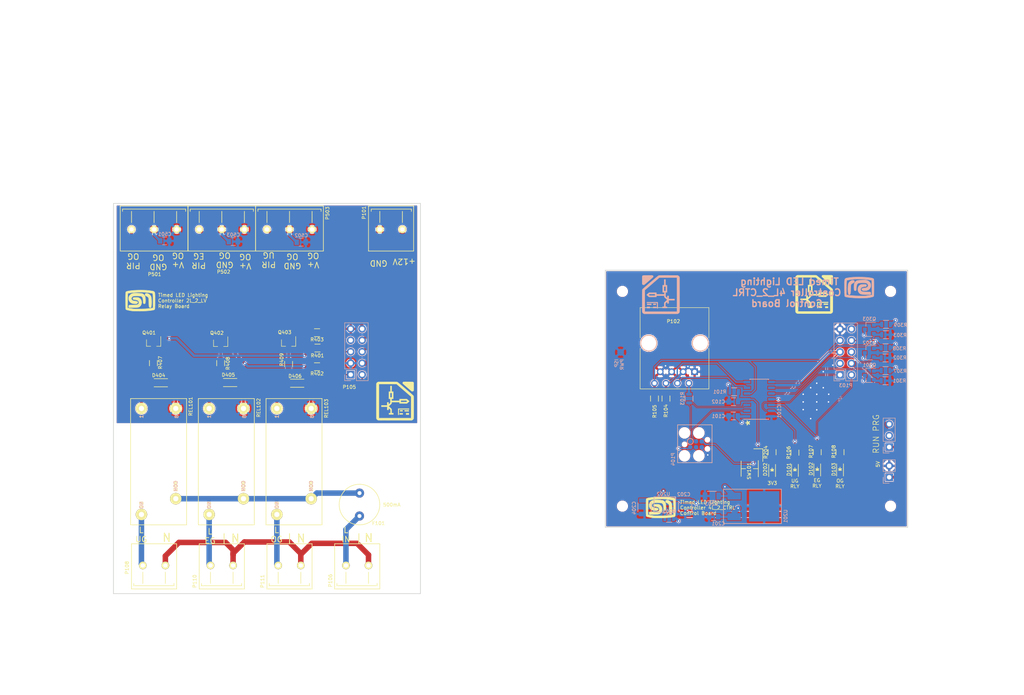
<source format=kicad_pcb>
(kicad_pcb (version 4) (host pcbnew 4.0.0-stable)
  (title_block (title "Timed LED Lighting Controller - Master Layout") (rev 4L_2H))
  (layers (0 F.Cu signal) (1 Ub+ power) (2 U+ power) (31 B.Cu signal) (34 B.Paste user) (35 F.Paste user) (36 B.SilkS user) (37 F.SilkS user) (38 B.Mask user) (39 F.Mask user) (44 Edge.Cuts user))
  (net 0 "")
  (net 1 GND)
  (net 2 /PIR13/SIG_UG)
  (net 3 /PIR13/SIG_EG)
  (net 4 /PIR13/SIG_OG)
  (net 5 "Net-(D404-Pad2)")
  (net 6 "Net-(D405-Pad2)")
  (net 7 "Net-(D406-Pad2)")
  (net 8 "/LED Driver/Relay_UG")
  (net 9 "/LED Driver/Relay_EG")
  (net 10 "/LED Driver/Relay_OG")
  (net 11 /SDA)
  (net 12 /SCL)
  (net 13 /Lin)
  (net 14 /LineUG)
  (net 15 /LineEG)
  (net 16 /LineOG)
  (net 17 /PIR13/PIR_UG)
  (net 18 /PIR13/PIR_EG)
  (net 19 /PIR13/PIR_OG)
  (net 20 "Net-(Q401-Pad3)")
  (net 21 "Net-(Q402-Pad3)")
  (net 22 "Net-(Q403-Pad3)")
  (net 23 "Net-(R202-Pad1)")
  (net 24 /RelayOG)
  (net 25 /RelayEG)
  (net 26 /RelayUG)
  (net 27 /PIR13/U+)
  (net 28 "/LED Driver/LED_DRIVER_U+")
  (net 29 "Net-(Q401-Pad1)")
  (net 30 "Net-(Q402-Pad1)")
  (net 31 "Net-(Q403-Pad1)")
  (net 32 GNDA)
  (net 33 "Net-(D202-Pad2)")
  (net 34 /~Reset)
  (net 35 "Net-(D101-Pad2)")
  (net 36 "Net-(D102-Pad2)")
  (net 37 "Net-(D103-Pad2)")
  (net 38 "Net-(F101-Pad2)")
  (net 39 /Neutral)
  (net 40 /GPIO_PB2)
  (net 41 "/Power System/5V")
  (net 42 "Net-(C204-Pad1)")
  (net 43 /TPICLK)
  (net 44 /TPIDATA)
  (net 45 /PIR13/Ub+)
  (net 46 /RLY_INT)
  (net 47 /PIR_Connector/PIR_OG)
  (net 48 /PIR_Connector/PIR_EG)
  (net 49 /PIR_Connector/PIR_UG)
  (net 50 "/Power System/U+In")
  (net 51 /DRV_PWR_IN)
  (module tl2c-footprint:Stitch_VIA (layer F.Cu) (at 205.1 95.65)
    (fp_text reference REF**31 hide)
    (fp_text value Stitch_VIA hide)
    (pad 1 thru_hole circle (at 0 0) (size 0.6858 0.6858) (drill 0.3302) (layers *.Cu) (net 1 GND))
  )
  (module tl2c-footprint:Stitch_VIA (layer F.Cu) (at 203 97.1)
    (fp_text reference REF**31 hide)
    (fp_text value Stitch_VIA hide)
    (pad 1 thru_hole circle (at 0 0) (size 0.6858 0.6858) (drill 0.3302) (layers *.Cu) (net 1 GND))
  )
  (module tl2c-footprint:Stitch_VIA (layer F.Cu) (at 203 100.65)
    (fp_text reference REF**31 hide)
    (fp_text value Stitch_VIA hide)
    (pad 1 thru_hole circle (at 0 0) (size 0.6858 0.6858) (drill 0.3302) (layers *.Cu) (net 1 GND))
  )
  (module tl2c-footprint:Stitch_VIA (layer F.Cu) (at 200.2 107.5)
    (fp_text reference REF**13 hide)
    (fp_text value Stitch_VIA hide)
    (pad 1 thru_hole circle (at 0 0) (size 0.6858 0.6858) (drill 0.3302) (layers *.Cu) (net 1 GND))
  )
  (module tl2c-footprint:Stitch_VIA (layer F.Cu) (at 201.55 105.55)
    (fp_text reference REF**42 hide)
    (fp_text value Stitch_VIA hide)
    (pad 1 thru_hole circle (at 0 0) (size 0.6858 0.6858) (drill 0.3302) (layers *.Cu) (net 1 GND))
  )
  (module tl2c-footprint:Stitch_VIA (layer F.Cu) (at 204.2 102.1)
    (fp_text reference REF**32 hide)
    (fp_text value Stitch_VIA hide)
    (pad 1 thru_hole circle (at 0 0) (size 0.6858 0.6858) (drill 0.3302) (layers *.Cu) (net 1 GND))
  )
  (module tl2c-footprint:Stitch_VIA (layer F.Cu) (at 201.55 103.8)
    (fp_text reference REF**22 hide)
    (fp_text value Stitch_VIA hide)
    (pad 1 thru_hole circle (at 0 0) (size 0.6858 0.6858) (drill 0.3302) (layers *.Cu) (net 1 GND))
  )
  (module tl2c-footprint:Stitch_VIA (layer F.Cu) (at 198.55 103.8)
    (fp_text reference REF**12 hide)
    (fp_text value Stitch_VIA hide)
    (pad 1 thru_hole circle (at 0 0) (size 0.6858 0.6858) (drill 0.3302) (layers *.Cu) (net 1 GND))
  )
  (module tl2c-footprint:Stitch_VIA (layer F.Cu) (at 204.15 103.8)
    (fp_text reference REF**41 hide)
    (fp_text value Stitch_VIA hide)
    (pad 1 thru_hole circle (at 0 0) (size 0.6858 0.6858) (drill 0.3302) (layers *.Cu) (net 1 GND))
  )
  (module tl2c-footprint:Stitch_VIA (layer F.Cu) (at 201.55 102.1)
    (fp_text reference REF**31 hide)
    (fp_text value Stitch_VIA hide)
    (pad 1 thru_hole circle (at 0 0) (size 0.6858 0.6858) (drill 0.3302) (layers *.Cu) (net 1 GND))
  )
  (module tl2c-footprint:Stitch_VIA (layer F.Cu) (at 198.55 105.5)
    (fp_text reference REF**21 hide)
    (fp_text value Stitch_VIA hide)
    (pad 1 thru_hole circle (at 0 0) (size 0.6858 0.6858) (drill 0.3302) (layers *.Cu) (net 1 GND))
  )
  (module tl2c-footprint:Stitch_VIA (layer F.Cu) (at 198.55 102.1)
    (fp_text reference REF**11 hide)
    (fp_text value Stitch_VIA hide)
    (pad 1 thru_hole circle (at 0 0) (size 0.6858 0.6858) (drill 0.3302) (layers *.Cu) (net 1 GND))
  )
  (module tl2c-footprint:Stitch_VIA (layer F.Cu) (at 200.2 100.65)
    (fp_text reference REF** hide)
    (fp_text value Stitch_VIA hide)
    (pad 1 thru_hole circle (at 0 0) (size 0.6858 0.6858) (drill 0.3302) (layers *.Cu) (net 1 GND))
  )
  (module Housings_SOIC:SOIC-14_3.9x8.7mm_Pitch1.27mm (layer B.Cu) (at 188.8 103.2)
    (fp_text reference IC101 (at 4.445 2.54 270) (layer B.SilkS) (effects (font (size 0.762 0.762) (thickness 0.127)) (justify mirror)))
    (fp_text value ATTINY20-X)
    (pad 1 smd rect (at -2.7 3.81) (size 1.5 0.6) (layers B.Cu B.Paste B.Mask) (net 45 /PIR13/Ub+))
    (pad 2 smd rect (at -2.7 2.54) (size 1.5 0.6) (layers B.Cu B.Paste B.Mask) (net 43 /TPICLK))
    (pad 3 smd rect (at -2.7 1.27) (size 1.5 0.6) (layers B.Cu B.Paste B.Mask) (net 44 /TPIDATA))
    (pad 4 smd rect (at -2.7 0) (size 1.5 0.6) (layers B.Cu B.Paste B.Mask) (net 34 /~Reset))
    (pad 5 smd rect (at -2.7 -1.27) (size 1.5 0.6) (layers B.Cu B.Paste B.Mask) (net 40 /GPIO_PB2))
    (pad 6 smd rect (at -2.7 -2.54) (size 1.5 0.6) (layers B.Cu B.Paste B.Mask) (net 12 /SCL))
    (pad 7 smd rect (at -2.7 -3.81) (size 1.5 0.6) (layers B.Cu B.Paste B.Mask) (net 46 /RLY_INT))
    (pad 8 smd rect (at 2.7 -3.81) (size 1.5 0.6) (layers B.Cu B.Paste B.Mask) (net 4 /PIR13/SIG_OG))
    (pad 9 smd rect (at 2.7 -2.54) (size 1.5 0.6) (layers B.Cu B.Paste B.Mask) (net 3 /PIR13/SIG_EG))
    (pad 10 smd rect (at 2.7 -1.27) (size 1.5 0.6) (layers B.Cu B.Paste B.Mask) (net 2 /PIR13/SIG_UG))
    (pad 11 smd rect (at 2.7 0) (size 1.5 0.6) (layers B.Cu B.Paste B.Mask) (net 24 /RelayOG))
    (pad 12 smd rect (at 2.7 1.27) (size 1.5 0.6) (layers B.Cu B.Paste B.Mask) (net 25 /RelayEG))
    (pad 13 smd rect (at 2.7 2.54) (size 1.5 0.6) (layers B.Cu B.Paste B.Mask) (net 26 /RelayUG))
    (pad 14 smd rect (at 2.7 3.81) (size 1.5 0.6) (layers B.Cu B.Paste B.Mask) (net 1 GND))
  )
  (module Resistors_SMD:R_0805 (layer F.Cu) (at 196.713 115.042 270)
    (fp_text reference R106 (at 0 1.397 270) (layer F.SilkS) (effects (font (size 0.762 0.762) (thickness 0.127))))
    (fp_text value 660Ω)
    (pad 1 smd rect (at -0.95 0 270) (size 0.7 1.3) (layers F.Cu F.Paste F.Mask) (net 26 /RelayUG))
    (pad 2 smd rect (at 0.95 0 270) (size 0.7 1.3) (layers F.Cu F.Paste F.Mask) (net 35 "Net-(D101-Pad2)"))
  )
  (module LEDs:LED_0805 (layer F.Cu) (at 196.713 118.725 90)
    (fp_text reference D101 (at -0.0254 -1.3462 90) (layer F.SilkS) (effects (font (size 0.762 0.762) (thickness 0.127))))
    (fp_text value LED_UG)
    (pad 2 smd rect (at 1.04902 0 270) (size 1.19888 1.19888) (layers F.Cu F.Paste F.Mask) (net 35 "Net-(D101-Pad2)"))
    (pad 1 smd rect (at -1.04902 0 270) (size 1.19888 1.19888) (layers F.Cu F.Paste F.Mask) (net 1 GND))
  )
  (module Capacitors_SMD:C_0805 (layer B.Cu) (at 183.05 106.9 180)
    (fp_text reference C101 (at 3.3 -0.05 180) (layer B.SilkS) (effects (font (size 0.762 0.762) (thickness 0.127)) (justify mirror)))
    (fp_text value "100n 50V")
    (pad 1 smd rect (at -1 0 180) (size 1 1.25) (layers B.Cu B.Paste B.Mask) (net 45 /PIR13/Ub+))
    (pad 2 smd rect (at 1 0 180) (size 1 1.25) (layers B.Cu B.Paste B.Mask) (net 1 GND))
  )
  (module Capacitors_SMD:C_0805 (layer B.Cu) (at 178.7 129.25 180)
    (fp_text reference C201 (at -1.016 -1.524 180) (layer B.SilkS) (effects (font (size 0.762 0.762) (thickness 0.127)) (justify mirror)))
    (fp_text value "0.1μF 50V")
    (pad 1 smd rect (at -1 0 180) (size 1 1.25) (layers B.Cu B.Paste B.Mask) (net 50 "/Power System/U+In"))
    (pad 2 smd rect (at 1 0 180) (size 1 1.25) (layers B.Cu B.Paste B.Mask) (net 1 GND))
  )
  (module Capacitors_SMD:C_1210 (layer B.Cu) (at 172.4 127.15 270)
    (fp_text reference C202 (at -2.8575 0.3175 540) (layer B.SilkS) (effects (font (size 0.762 0.762) (thickness 0.127)) (justify mirror)))
    (fp_text value "1μF 25V")
    (pad 1 smd rect (at -1.5 0 270) (size 1 2.5) (layers B.Cu B.Paste B.Mask) (net 27 /PIR13/U+))
    (pad 2 smd rect (at 1.5 0 270) (size 1 2.5) (layers B.Cu B.Paste B.Mask) (net 1 GND))
  )
  (module Capacitors_SMD:C_1210 (layer B.Cu) (at 163.4 127.15 270)
    (fp_text reference C204 (at 0.1651 2.3241 270) (layer B.SilkS) (effects (font (size 0.762 0.762) (thickness 0.127)) (justify mirror)))
    (fp_text value "2.2μF 16V")
    (pad 1 smd rect (at -1.5 0 270) (size 1 2.5) (layers B.Cu B.Paste B.Mask) (net 42 "Net-(C204-Pad1)"))
    (pad 2 smd rect (at 1.5 0 270) (size 1 2.5) (layers B.Cu B.Paste B.Mask) (net 1 GND))
  )
  (module LEDs:LED_0805 (layer F.Cu) (at 191.665 118.752 90)
    (fp_text reference D202 (at 0 -1.524 90) (layer F.SilkS) (effects (font (size 0.762 0.762) (thickness 0.127))))
    (fp_text value 3V3DC)
    (pad 2 smd rect (at 1.04902 0 270) (size 1.19888 1.19888) (layers F.Cu F.Paste F.Mask) (net 33 "Net-(D202-Pad2)"))
    (pad 1 smd rect (at -1.04902 0 270) (size 1.19888 1.19888) (layers F.Cu F.Paste F.Mask) (net 1 GND))
  )
  (module Diodes_SMD:SOD-123 (layer F.Cu) (at 55.75 99.55 180)
    (fp_text reference D404 (at 0 1.651 180) (layer F.SilkS) (effects (font (size 0.762 0.762) (thickness 0.127))))
    (fp_text value 1N4148W)
    (pad 1 smd rect (at -1.635 0 180) (size 0.91 1.22) (layers F.Cu F.Paste F.Mask) (net 28 "/LED Driver/LED_DRIVER_U+"))
    (pad 2 smd rect (at 1.635 0 180) (size 0.91 1.22) (layers F.Cu F.Paste F.Mask) (net 5 "Net-(D404-Pad2)"))
  )
  (module Diodes_SMD:SOD-123 (layer F.Cu) (at 71.1 99.5 180)
    (fp_text reference D405 (at -0.1016 1.7018 180) (layer F.SilkS) (effects (font (size 0.762 0.762) (thickness 0.127))))
    (fp_text value 1N4148W)
    (pad 1 smd rect (at -1.635 0 180) (size 0.91 1.22) (layers F.Cu F.Paste F.Mask) (net 28 "/LED Driver/LED_DRIVER_U+"))
    (pad 2 smd rect (at 1.635 0 180) (size 0.91 1.22) (layers F.Cu F.Paste F.Mask) (net 6 "Net-(D405-Pad2)"))
  )
  (module Diodes_SMD:SOD-123 (layer F.Cu) (at 85.95 99.65 180)
    (fp_text reference D406 (at -0.0254 1.5748 180) (layer F.SilkS) (effects (font (size 0.762 0.762) (thickness 0.127))))
    (fp_text value 1N4148W)
    (pad 1 smd rect (at -1.635 0 180) (size 0.91 1.22) (layers F.Cu F.Paste F.Mask) (net 28 "/LED Driver/LED_DRIVER_U+"))
    (pad 2 smd rect (at 1.635 0 180) (size 0.91 1.22) (layers F.Cu F.Paste F.Mask) (net 7 "Net-(D406-Pad2)"))
  )
  (module TO_SOT_Packages_SMD:SOT-23 (layer B.Cu) (at 213.2 97.9 180)
    (fp_text reference Q301 (at 0 2.3 180) (layer B.SilkS) (effects (font (size 0.762 0.762) (thickness 0.127)) (justify mirror)))
    (fp_text value IRLML2502)
    (pad 1 smd rect (at -1 0.95 180) (size 0.9 0.8) (layers B.Cu B.Paste B.Mask) (net 17 /PIR13/PIR_UG))
    (pad 2 smd rect (at -1 -0.95 180) (size 0.9 0.8) (layers B.Cu B.Paste B.Mask) (net 2 /PIR13/SIG_UG))
    (pad 3 smd rect (at 1 0 180) (size 0.9 0.8) (layers B.Cu B.Paste B.Mask) (net 45 /PIR13/Ub+))
  )
  (module TO_SOT_Packages_SMD:SOT-23 (layer B.Cu) (at 213.2 92.9 180)
    (fp_text reference Q302 (at 0 2.2 180) (layer B.SilkS) (effects (font (size 0.762 0.762) (thickness 0.127)) (justify mirror)))
    (fp_text value IRLML2502)
    (pad 1 smd rect (at -1 0.95 180) (size 0.9 0.8) (layers B.Cu B.Paste B.Mask) (net 18 /PIR13/PIR_EG))
    (pad 2 smd rect (at -1 -0.95 180) (size 0.9 0.8) (layers B.Cu B.Paste B.Mask) (net 3 /PIR13/SIG_EG))
    (pad 3 smd rect (at 1 0 180) (size 0.9 0.8) (layers B.Cu B.Paste B.Mask) (net 45 /PIR13/Ub+))
  )
  (module TO_SOT_Packages_SMD:SOT-23 (layer B.Cu) (at 213.2 87.7 180)
    (fp_text reference Q303 (at 0 2.3 180) (layer B.SilkS) (effects (font (size 0.762 0.762) (thickness 0.127)) (justify mirror)))
    (fp_text value IRLML2502)
    (pad 1 smd rect (at -1 0.95 180) (size 0.9 0.8) (layers B.Cu B.Paste B.Mask) (net 19 /PIR13/PIR_OG))
    (pad 2 smd rect (at -1 -0.95 180) (size 0.9 0.8) (layers B.Cu B.Paste B.Mask) (net 4 /PIR13/SIG_OG))
    (pad 3 smd rect (at 1 0 180) (size 0.9 0.8) (layers B.Cu B.Paste B.Mask) (net 45 /PIR13/Ub+))
  )
  (module TO_SOT_Packages_SMD:SOT-23 (layer F.Cu) (at 54.65 90.7 270)
    (fp_text reference Q401 (at -2.2352 1.016 360) (layer F.SilkS) (effects (font (size 0.762 0.762) (thickness 0.127))))
    (fp_text value IRLML2502)
    (pad 1 smd rect (at -1 -0.95 270) (size 0.9 0.8) (layers F.Cu F.Paste F.Mask) (net 29 "Net-(Q401-Pad1)"))
    (pad 2 smd rect (at -1 0.95 270) (size 0.9 0.8) (layers F.Cu F.Paste F.Mask) (net 32 GNDA))
    (pad 3 smd rect (at 1 0 270) (size 0.9 0.8) (layers F.Cu F.Paste F.Mask) (net 20 "Net-(Q401-Pad3)"))
  )
  (module TO_SOT_Packages_SMD:SOT-23 (layer F.Cu) (at 69.5 90.75 270)
    (fp_text reference Q402 (at -2.2352 0.8382 360) (layer F.SilkS) (effects (font (size 0.762 0.762) (thickness 0.127))))
    (fp_text value IRLML2502)
    (pad 1 smd rect (at -1 -0.95 270) (size 0.9 0.8) (layers F.Cu F.Paste F.Mask) (net 30 "Net-(Q402-Pad1)"))
    (pad 2 smd rect (at -1 0.95 270) (size 0.9 0.8) (layers F.Cu F.Paste F.Mask) (net 32 GNDA))
    (pad 3 smd rect (at 1 0 270) (size 0.9 0.8) (layers F.Cu F.Paste F.Mask) (net 21 "Net-(Q402-Pad3)"))
  )
  (module TO_SOT_Packages_SMD:SOT-23 (layer F.Cu) (at 84.55 90.7 270)
    (fp_text reference Q403 (at -2.3368 0.8636 360) (layer F.SilkS) (effects (font (size 0.762 0.762) (thickness 0.127))))
    (fp_text value IRLML2502)
    (pad 1 smd rect (at -1 -0.95 270) (size 0.9 0.8) (layers F.Cu F.Paste F.Mask) (net 31 "Net-(Q403-Pad1)"))
    (pad 2 smd rect (at -1 0.95 270) (size 0.9 0.8) (layers F.Cu F.Paste F.Mask) (net 32 GNDA))
    (pad 3 smd rect (at 1 0 270) (size 0.9 0.8) (layers F.Cu F.Paste F.Mask) (net 22 "Net-(Q403-Pad3)"))
  )
  (module Resistors_SMD:R_0805 (layer B.Cu) (at 183.25 101.55 180)
    (fp_text reference R101 (at 3.2 0 180) (layer B.SilkS) (effects (font (size 0.762 0.762) (thickness 0.127)) (justify mirror)))
    (fp_text value 10kΩ)
    (pad 1 smd rect (at -0.95 0 180) (size 0.7 1.3) (layers B.Cu B.Paste B.Mask) (net 34 /~Reset))
    (pad 2 smd rect (at 0.95 0 180) (size 0.7 1.3) (layers B.Cu B.Paste B.Mask) (net 45 /PIR13/Ub+))
  )
  (module Resistors_SMD:R_0805 (layer B.Cu) (at 173.25 103.05 270)
    (fp_text reference R103 (at -0.0254 1.4732 270) (layer B.SilkS) (effects (font (size 0.762 0.762) (thickness 0.127)) (justify mirror)))
    (fp_text value 0Ω)
    (pad 1 smd rect (at -0.95 0 270) (size 0.7 1.3) (layers B.Cu B.Paste B.Mask) (net 11 /SDA))
    (pad 2 smd rect (at 0.95 0 270) (size 0.7 1.3) (layers B.Cu B.Paste B.Mask) (net 44 /TPIDATA))
  )
  (module Resistors_SMD:R_0805 (layer F.Cu) (at 168.15 103.05 90)
    (fp_text reference R104 (at -2.7178 -0.0254 90) (layer F.SilkS) (effects (font (size 0.762 0.762) (thickness 0.127))))
    (fp_text value NOPOP)
    (pad 1 smd rect (at -0.95 0 90) (size 0.7 1.3) (layers F.Cu F.Paste F.Mask) (net 1 GND))
    (pad 2 smd rect (at 0.95 0 90) (size 0.7 1.3) (layers F.Cu F.Paste F.Mask) (net 46 /RLY_INT))
  )
  (module Resistors_SMD:R_0805 (layer F.Cu) (at 165.6 103.05 90)
    (fp_text reference R105 (at -2.8448 0.0254 90) (layer F.SilkS) (effects (font (size 0.762 0.762) (thickness 0.127))))
    (fp_text value NOPOP)
    (pad 1 smd rect (at -0.95 0 90) (size 0.7 1.3) (layers F.Cu F.Paste F.Mask) (net 1 GND))
    (pad 2 smd rect (at 0.95 0 90) (size 0.7 1.3) (layers F.Cu F.Paste F.Mask) (net 40 /GPIO_PB2))
  )
  (module Resistors_SMD:R_0805 (layer B.Cu) (at 168.85 129.6)
    (fp_text reference R202 (at -0.0127 -1.4859) (layer B.SilkS) (effects (font (size 0.762 0.762) (thickness 0.127)) (justify mirror)))
    (fp_text value 0Ω)
    (pad 1 smd rect (at -0.95 0) (size 0.7 1.3) (layers B.Cu B.Paste B.Mask) (net 23 "Net-(R202-Pad1)"))
    (pad 2 smd rect (at 0.95 0) (size 0.7 1.3) (layers B.Cu B.Paste B.Mask) (net 27 /PIR13/U+))
  )
  (module Resistors_SMD:R_0805 (layer F.Cu) (at 191.665 114.942 270)
    (fp_text reference R204 (at 0 1.397 270) (layer F.SilkS) (effects (font (size 0.762 0.762) (thickness 0.127))))
    (fp_text value 660Ω)
    (pad 1 smd rect (at -0.95 0 270) (size 0.7 1.3) (layers F.Cu F.Paste F.Mask) (net 42 "Net-(C204-Pad1)"))
    (pad 2 smd rect (at 0.95 0 270) (size 0.7 1.3) (layers F.Cu F.Paste F.Mask) (net 33 "Net-(D202-Pad2)"))
  )
  (module Resistors_SMD:R_0805 (layer B.Cu) (at 216.8 99.1 180)
    (fp_text reference R301 (at -3.05 0 180) (layer B.SilkS) (effects (font (size 0.762 0.762) (thickness 0.127)) (justify mirror)))
    (fp_text value 1kΩ)
    (pad 1 smd rect (at -0.95 0 180) (size 0.7 1.3) (layers B.Cu B.Paste B.Mask) (net 1 GND))
    (pad 2 smd rect (at 0.95 0 180) (size 0.7 1.3) (layers B.Cu B.Paste B.Mask) (net 2 /PIR13/SIG_UG))
  )
  (module Resistors_SMD:R_0805 (layer B.Cu) (at 216.8 94.05 180)
    (fp_text reference R302 (at -3.15 0.05 180) (layer B.SilkS) (effects (font (size 0.762 0.762) (thickness 0.127)) (justify mirror)))
    (fp_text value 1kΩ)
    (pad 1 smd rect (at -0.95 0 180) (size 0.7 1.3) (layers B.Cu B.Paste B.Mask) (net 1 GND))
    (pad 2 smd rect (at 0.95 0 180) (size 0.7 1.3) (layers B.Cu B.Paste B.Mask) (net 3 /PIR13/SIG_EG))
  )
  (module Resistors_SMD:R_0805 (layer B.Cu) (at 216.9 88.9 180)
    (fp_text reference R303 (at -3.1 -0.1 360) (layer B.SilkS) (effects (font (size 0.762 0.762) (thickness 0.127)) (justify mirror)))
    (fp_text value 1kΩ)
    (pad 1 smd rect (at -0.95 0 180) (size 0.7 1.3) (layers B.Cu B.Paste B.Mask) (net 1 GND))
    (pad 2 smd rect (at 0.95 0 180) (size 0.7 1.3) (layers B.Cu B.Paste B.Mask) (net 4 /PIR13/SIG_OG))
  )
  (module Resistors_SMD:R_0805 (layer B.Cu) (at 216.8 96.85)
    (fp_text reference R307 (at 3.2 0.1) (layer B.SilkS) (effects (font (size 0.762 0.762) (thickness 0.127)) (justify mirror)))
    (fp_text value 10kΩ)
    (pad 1 smd rect (at -0.95 0) (size 0.7 1.3) (layers B.Cu B.Paste B.Mask) (net 17 /PIR13/PIR_UG))
    (pad 2 smd rect (at 0.95 0) (size 0.7 1.3) (layers B.Cu B.Paste B.Mask) (net 27 /PIR13/U+))
  )
  (module Resistors_SMD:R_0805 (layer B.Cu) (at 216.8 91.8)
    (fp_text reference R308 (at 3.05 0.15 180) (layer B.SilkS) (effects (font (size 0.762 0.762) (thickness 0.127)) (justify mirror)))
    (fp_text value 10kΩ)
    (pad 1 smd rect (at -0.95 0) (size 0.7 1.3) (layers B.Cu B.Paste B.Mask) (net 18 /PIR13/PIR_EG))
    (pad 2 smd rect (at 0.95 0) (size 0.7 1.3) (layers B.Cu B.Paste B.Mask) (net 27 /PIR13/U+))
  )
  (module Resistors_SMD:R_0805 (layer B.Cu) (at 216.9 86.6)
    (fp_text reference R309 (at 3.2 0.15) (layer B.SilkS) (effects (font (size 0.762 0.762) (thickness 0.127)) (justify mirror)))
    (fp_text value 10kΩ)
    (pad 1 smd rect (at -0.95 0) (size 0.7 1.3) (layers B.Cu B.Paste B.Mask) (net 19 /PIR13/PIR_OG))
    (pad 2 smd rect (at 0.95 0) (size 0.7 1.3) (layers B.Cu B.Paste B.Mask) (net 27 /PIR13/U+))
  )
  (module Resistors_SMD:R_0805 (layer F.Cu) (at 90.95 91.85)
    (fp_text reference R401 (at -0.0254 1.6764) (layer F.SilkS) (effects (font (size 0.762 0.762) (thickness 0.127))))
    (fp_text value 10kΩ)
    (pad 1 smd rect (at -0.95 0) (size 0.7 1.3) (layers F.Cu F.Paste F.Mask) (net 29 "Net-(Q401-Pad1)"))
    (pad 2 smd rect (at 0.95 0) (size 0.7 1.3) (layers F.Cu F.Paste F.Mask) (net 8 "/LED Driver/Relay_UG"))
  )
  (module Resistors_SMD:R_0805 (layer F.Cu) (at 90.85 96)
    (fp_text reference R402 (at 0 1.524) (layer F.SilkS) (effects (font (size 0.762 0.762) (thickness 0.127))))
    (fp_text value 10kΩ)
    (pad 1 smd rect (at -0.95 0) (size 0.7 1.3) (layers F.Cu F.Paste F.Mask) (net 30 "Net-(Q402-Pad1)"))
    (pad 2 smd rect (at 0.95 0) (size 0.7 1.3) (layers F.Cu F.Paste F.Mask) (net 9 "/LED Driver/Relay_EG"))
  )
  (module Resistors_SMD:R_0805 (layer F.Cu) (at 90.85 88.45)
    (fp_text reference R403 (at 0 1.524) (layer F.SilkS) (effects (font (size 0.762 0.762) (thickness 0.127))))
    (fp_text value 10kΩ)
    (pad 1 smd rect (at -0.95 0) (size 0.7 1.3) (layers F.Cu F.Paste F.Mask) (net 31 "Net-(Q403-Pad1)"))
    (pad 2 smd rect (at 0.95 0) (size 0.7 1.3) (layers F.Cu F.Paste F.Mask) (net 10 "/LED Driver/Relay_OG"))
  )
  (module Resistors_SMD:R_0805 (layer F.Cu) (at 54.6 95.2 90)
    (fp_text reference R407 (at 0.1016 1.524 90) (layer F.SilkS) (effects (font (size 0.762 0.762) (thickness 0.127))))
    (fp_text value 10kΩ)
    (pad 1 smd rect (at -0.95 0 90) (size 0.7 1.3) (layers F.Cu F.Paste F.Mask) (net 5 "Net-(D404-Pad2)"))
    (pad 2 smd rect (at 0.95 0 90) (size 0.7 1.3) (layers F.Cu F.Paste F.Mask) (net 20 "Net-(Q401-Pad3)"))
  )
  (module Resistors_SMD:R_0805 (layer F.Cu) (at 69.5 95.2 90)
    (fp_text reference R408 (at -0.0508 1.6002 90) (layer F.SilkS) (effects (font (size 0.762 0.762) (thickness 0.127))))
    (fp_text value 10kΩ)
    (pad 1 smd rect (at -0.95 0 90) (size 0.7 1.3) (layers F.Cu F.Paste F.Mask) (net 6 "Net-(D405-Pad2)"))
    (pad 2 smd rect (at 0.95 0 90) (size 0.7 1.3) (layers F.Cu F.Paste F.Mask) (net 21 "Net-(Q402-Pad3)"))
  )
  (module Resistors_SMD:R_0805 (layer F.Cu) (at 84.55 95.4 90)
    (fp_text reference R409 (at 0.9652 -1.524 90) (layer F.SilkS) (effects (font (size 0.762 0.762) (thickness 0.127))))
    (fp_text value 10kΩ)
    (pad 1 smd rect (at -0.95 0 90) (size 0.7 1.3) (layers F.Cu F.Paste F.Mask) (net 7 "Net-(D406-Pad2)"))
    (pad 2 smd rect (at 0.95 0 90) (size 0.7 1.3) (layers F.Cu F.Paste F.Mask) (net 22 "Net-(Q403-Pad3)"))
  )
  (module tl2c-footprint:PTS525SM15SMTR2LFS (layer F.Cu) (at 186.7 118.6 270)
    (fp_text reference SW101 (at 0.508 0.127 270) (layer F.SilkS) (effects (font (size 0.762 0.762) (thickness 0.127))))
    (fp_text value TL3315NF160Q hide)
    (pad 1 smd rect (at -3.2 -1.9 270) (size 1.6 1) (layers F.Cu F.Paste F.Mask) (net 34 /~Reset))
    (pad 2 smd rect (at 3.2 -1.9 270) (size 1.6 1) (layers F.Cu F.Paste F.Mask))
    (pad 3 smd rect (at -3.2 1.9 270) (size 1.6 1) (layers F.Cu F.Paste F.Mask) (net 1 GND))
    (pad 4 smd rect (at 3.2 1.9 270) (size 1.6 1) (layers F.Cu F.Paste F.Mask))
  )
  (module Measurement_Points:Measurement_Point_Round-SMD-Pad_Small (layer B.Cu) (at 158.1 92.8 180)
    (fp_text reference TP101 hide)
    (fp_text value TPGND)
    (pad 1 smd circle (at 0 0 180) (size 1.5 1.5) (layers B.Cu B.Mask) (net 1 GND))
  )
  (module tl2c-footprint:TPS70933DBVR (layer B.Cu) (at 167.9 126.45 270)
    (fp_text reference U202 (at -2.2225 0.3175 540) (layer B.SilkS) (effects (font (size 0.762 0.762) (thickness 0.127)) (justify mirror)))
    (fp_text value TPS70933)
    (pad 5 smd rect (at -0.95 1.35 270) (size 0.74 1.19) (layers B.Cu B.Paste B.Mask) (net 42 "Net-(C204-Pad1)"))
    (pad 4 smd rect (at 0.95 1.35 270) (size 0.74 1.19) (layers B.Cu B.Paste B.Mask))
    (pad 2 smd rect (at 0 -1.35 270) (size 0.74 1.19) (layers B.Cu B.Paste B.Mask) (net 1 GND))
    (pad 1 smd rect (at -0.95 -1.35 270) (size 0.74 1.19) (layers B.Cu B.Paste B.Mask) (net 27 /PIR13/U+))
    (pad 3 smd rect (at 0.95 -1.35 270) (size 0.74 1.19) (layers B.Cu B.Paste B.Mask) (net 23 "Net-(R202-Pad1)"))
  )
  (module LEDs:LED_0805 (layer F.Cu) (at 201.661 118.625 90)
    (fp_text reference D102 (at 0 -1.397 90) (layer F.SilkS) (effects (font (size 0.762 0.762) (thickness 0.127))))
    (fp_text value LED_EG)
    (pad 2 smd rect (at 1.04902 0 270) (size 1.19888 1.19888) (layers F.Cu F.Paste F.Mask) (net 36 "Net-(D102-Pad2)"))
    (pad 1 smd rect (at -1.04902 0 270) (size 1.19888 1.19888) (layers F.Cu F.Paste F.Mask) (net 1 GND))
  )
  (module LEDs:LED_0805 (layer F.Cu) (at 206.709 118.625 90)
    (fp_text reference D103 (at -0.127 -1.397 90) (layer F.SilkS) (effects (font (size 0.762 0.762) (thickness 0.127))))
    (fp_text value LED_OG)
    (pad 2 smd rect (at 1.04902 0 270) (size 1.19888 1.19888) (layers F.Cu F.Paste F.Mask) (net 37 "Net-(D103-Pad2)"))
    (pad 1 smd rect (at -1.04902 0 270) (size 1.19888 1.19888) (layers F.Cu F.Paste F.Mask) (net 1 GND))
  )
  (module Resistors_SMD:R_0805 (layer F.Cu) (at 201.661 114.942 270)
    (fp_text reference R107 (at -0.127 1.397 270) (layer F.SilkS) (effects (font (size 0.762 0.762) (thickness 0.127))))
    (fp_text value 660Ω)
    (pad 1 smd rect (at -0.95 0 270) (size 0.7 1.3) (layers F.Cu F.Paste F.Mask) (net 25 /RelayEG))
    (pad 2 smd rect (at 0.95 0 270) (size 0.7 1.3) (layers F.Cu F.Paste F.Mask) (net 36 "Net-(D102-Pad2)"))
  )
  (module Resistors_SMD:R_0805 (layer F.Cu) (at 206.709 114.942 270)
    (fp_text reference R108 (at -0.127 1.397 270) (layer F.SilkS) (effects (font (size 0.762 0.762) (thickness 0.127))))
    (fp_text value 660Ω)
    (pad 1 smd rect (at -0.95 0 270) (size 0.7 1.3) (layers F.Cu F.Paste F.Mask) (net 24 /RelayOG))
    (pad 2 smd rect (at 0.95 0 270) (size 0.7 1.3) (layers F.Cu F.Paste F.Mask) (net 37 "Net-(D103-Pad2)"))
  )
  (module Capacitors_SMD:C_1206 (layer B.Cu) (at 178.3 124.65 180)
    (fp_text reference C203 (at 0.0508 -1.7272 180) (layer B.SilkS) (effects (font (size 0.762 0.762) (thickness 0.127)) (justify mirror)))
    (fp_text value "2.2μF 50V")
    (pad 1 smd rect (at -1.5 0 180) (size 1 1.6) (layers B.Cu B.Paste B.Mask) (net 27 /PIR13/U+))
    (pad 2 smd rect (at 1.5 0 180) (size 1 1.6) (layers B.Cu B.Paste B.Mask) (net 1 GND))
  )
  (module Capacitors_SMD:C_0805 (layer B.Cu) (at 183.1 103.75 180)
    (fp_text reference C102 (at 3.35 0 180) (layer B.SilkS) (effects (font (size 0.762 0.762) (thickness 0.127)) (justify mirror)))
    (fp_text value "100n 50V")
    (pad 1 smd rect (at -1 0 180) (size 1 1.25) (layers B.Cu B.Paste B.Mask) (net 34 /~Reset))
    (pad 2 smd rect (at 1 0 180) (size 1 1.25) (layers B.Cu B.Paste B.Mask) (net 1 GND))
  )
  (module tl2c-footprint:LF120ABDT-TR (layer B.Cu) (at 189.9 126.95 180)
    (fp_text reference U201 (at -4.7498 -2.1844 450) (layer B.SilkS) (effects (font (size 0.762 0.762) (thickness 0.127)) (justify mirror)))
    (fp_text value LF120ABDT-TR)
    (pad 3 smd rect (at 0 0 180) (size 6.7 6.7) (layers B.Cu B.Paste B.Mask) (net 1 GND))
    (pad 2 smd rect (at 6.65 2.3 180) (size 3 1.6) (layers B.Cu B.Paste B.Mask) (net 27 /PIR13/U+))
    (pad 1 smd rect (at 6.65 -2.3 180) (size 3 1.6) (layers B.Cu B.Paste B.Mask) (net 50 "/Power System/U+In"))
  )
  (module tl2c-footprint:TC2030-IDC-FP_ISP_Connector (layer B.Cu) (at 174.8 113.2)
    (fp_text reference P104 (at -5.08 3.302 270) (layer B.SilkS) (effects (font (size 0.762 0.762) (thickness 0.127)) (justify mirror)))
    (fp_text value "TPI Header" hide)
    (pad 1 connect circle (at -1.27 -0.635) (size 0.9906 0.9906) (layers B.Cu B.Mask) (net 44 /TPIDATA))
    (pad 2 connect circle (at -1.27 0.635) (size 0.9906 0.9906) (layers B.Cu B.Mask) (net 45 /PIR13/Ub+))
    (pad 3 connect circle (at 0 -0.635) (size 0.9906 0.9906) (layers B.Cu B.Mask) (net 43 /TPICLK))
    (pad 4 connect circle (at 0 0.635) (size 0.9906 0.9906) (layers B.Cu B.Mask))
    (pad 5 connect circle (at 1.27 -0.635) (size 0.9906 0.9906) (layers B.Cu B.Mask) (net 34 /~Reset))
    (pad 6 connect circle (at 1.27 0.635) (size 0.9906 0.9906) (layers B.Cu B.Mask) (net 1 GND))
    (pad "" np_thru_hole circle (at 2.54 1.016) (size 0.9906 0.9906) (drill 0.9906) (layers *.Cu *.Mask B.SilkS))
    (pad "" np_thru_hole circle (at 2.54 -1.016) (size 0.9906 0.9906) (drill 0.9906) (layers *.Cu *.Mask B.SilkS))
    (pad "" np_thru_hole circle (at -2.54 0) (size 0.9906 0.9906) (drill 0.9906) (layers *.Cu *.Mask B.SilkS))
    (pad "" np_thru_hole circle (at -2.54 2.54) (size 2.286 2.286) (drill 2.286) (layers *.Cu *.Mask B.SilkS))
    (pad "" np_thru_hole circle (at -2.54 -2.54) (size 2.286 2.286) (drill 2.286) (layers *.Cu *.Mask B.SilkS))
    (pad "" np_thru_hole circle (at 0.635 2.54) (size 2.286 2.286) (drill 2.286) (layers *.Cu *.Mask B.SilkS))
    (pad "" np_thru_hole circle (at 0.635 -2.54) (size 2.286 2.286) (drill 2.286) (layers *.Cu *.Mask B.SilkS))
  )
  (module Pin_Headers:Pin_Header_Straight_1x02_Pitch2.54mm (layer B.Cu) (at 217.6 120.5)
    (fp_text reference P109 hide)
    (fp_text value 5VDC)
    (pad 1 thru_hole rect (at 0 0) (size 1.7 1.7) (drill 1) (layers *.Cu *.Mask) (net 41 "/Power System/5V"))
    (pad 2 thru_hole oval (at 0 -2.54) (size 1.7 1.7) (drill 1) (layers *.Cu *.Mask) (net 1 GND))
  )
  (module Pin_Headers:Pin_Header_Straight_1x03_Pitch2.54mm (layer B.Cu) (at 217.6 113.8)
    (fp_text reference P201 hide)
    (fp_text value Mode_Bridge)
    (pad 1 thru_hole rect (at 0 0) (size 1.7 1.7) (drill 1) (layers *.Cu *.Mask) (net 41 "/Power System/5V"))
    (pad 2 thru_hole oval (at 0 -2.54) (size 1.7 1.7) (drill 1) (layers *.Cu *.Mask) (net 45 /PIR13/Ub+))
    (pad 3 thru_hole oval (at 0 -5.08) (size 1.7 1.7) (drill 1) (layers *.Cu *.Mask) (net 42 "Net-(C204-Pad1)"))
  )
  (module tl2c-footprint:JW1AFSN-12-F (layer F.Cu) (at 55.75 117.05 90)
    (fp_text reference REL101 (at 12.25 7.1 270) (layer F.SilkS) (effects (font (size 0.762 0.762) (thickness 0.127))))
    (fp_text value Relay_UG)
    (fp_text user 8 (at 10 4 90) (layer F.SilkS) (effects (font (size 0.762 0.762) (thickness 0.127))))
    (fp_text user 1 (at 10 -3.8 90) (layer F.SilkS) (effects (font (size 0.762 0.762) (thickness 0.127))))
    (fp_text user COM (at -5.4 3.8 90) (layer F.SilkS) (effects (font (size 0.762 0.762) (thickness 0.127))))
    (fp_text user NO (at -9.6 -3.8 90) (layer F.SilkS) (effects (font (size 0.762 0.762) (thickness 0.127))))
    (fp_text user NO (at -9.6 -3.8 90) (layer B.SilkS) (effects (font (size 0.762 0.762) (thickness 0.127)) (justify mirror)))
    (fp_text user COM (at -5.4 3.8 90) (layer B.SilkS) (effects (font (size 0.762 0.762) (thickness 0.127)) (justify mirror)))
    (fp_text user 8 (at 10 4 90) (layer B.SilkS) (effects (font (size 0.762 0.762) (thickness 0.127)) (justify mirror)))
    (fp_text user 1 (at 10 -3.8 90) (layer B.SilkS) (effects (font (size 0.762 0.762) (thickness 0.127)) (justify mirror)))
    (pad 1 thru_hole circle (at 11.8 -3.8 90) (size 2.54 2.54) (drill 1.143) (layers *.Cu *.Mask F.SilkS) (net 5 "Net-(D404-Pad2)"))
    (pad 8 thru_hole circle (at 11.8 3.8 90) (size 2.54 2.54) (drill 1.143) (layers *.Cu *.Mask F.SilkS) (net 28 "/LED Driver/LED_DRIVER_U+"))
    (pad 6 thru_hole circle (at -8.2 3.8 90) (size 2.54 2.54) (drill 1.143) (layers *.Cu *.Mask F.SilkS) (net 38 "Net-(F101-Pad2)"))
    (pad 4 thru_hole circle (at -11.7 -3.8 90) (size 2.54 2.54) (drill 1.143) (layers *.Cu *.Mask F.SilkS) (net 14 /LineUG))
  )
  (module tl2c-footprint:JW1AFSN-12-F (layer F.Cu) (at 70.75 117.05 90)
    (fp_text reference REL102 (at 11.95 7.15 270) (layer F.SilkS) (effects (font (size 0.762 0.762) (thickness 0.127))))
    (fp_text value Relay_EG)
    (fp_text user 8 (at 10 4 90) (layer F.SilkS) (effects (font (size 0.762 0.762) (thickness 0.127))))
    (fp_text user 1 (at 10 -3.8 90) (layer F.SilkS) (effects (font (size 0.762 0.762) (thickness 0.127))))
    (fp_text user COM (at -5.4 3.8 90) (layer F.SilkS) (effects (font (size 0.762 0.762) (thickness 0.127))))
    (fp_text user NO (at -9.6 -3.8 90) (layer F.SilkS) (effects (font (size 0.762 0.762) (thickness 0.127))))
    (fp_text user NO (at -9.6 -3.8 90) (layer B.SilkS) (effects (font (size 0.762 0.762) (thickness 0.127)) (justify mirror)))
    (fp_text user COM (at -5.4 3.8 90) (layer B.SilkS) (effects (font (size 0.762 0.762) (thickness 0.127)) (justify mirror)))
    (fp_text user 8 (at 10 4 90) (layer B.SilkS) (effects (font (size 0.762 0.762) (thickness 0.127)) (justify mirror)))
    (fp_text user 1 (at 10 -3.8 90) (layer B.SilkS) (effects (font (size 0.762 0.762) (thickness 0.127)) (justify mirror)))
    (pad 1 thru_hole circle (at 11.8 -3.8 90) (size 2.54 2.54) (drill 1.143) (layers *.Cu *.Mask F.SilkS) (net 6 "Net-(D405-Pad2)"))
    (pad 8 thru_hole circle (at 11.8 3.8 90) (size 2.54 2.54) (drill 1.143) (layers *.Cu *.Mask F.SilkS) (net 28 "/LED Driver/LED_DRIVER_U+"))
    (pad 6 thru_hole circle (at -8.2 3.8 90) (size 2.54 2.54) (drill 1.143) (layers *.Cu *.Mask F.SilkS) (net 38 "Net-(F101-Pad2)"))
    (pad 4 thru_hole circle (at -11.7 -3.8 90) (size 2.54 2.54) (drill 1.143) (layers *.Cu *.Mask F.SilkS) (net 15 /LineEG))
  )
  (module tl2c-footprint:JW1AFSN-12-F (layer F.Cu) (at 85.75 117.05 90)
    (fp_text reference REL103 (at 11.8 7.15 270) (layer F.SilkS) (effects (font (size 0.762 0.762) (thickness 0.127))))
    (fp_text value Relay_OG)
    (fp_text user 8 (at 10 4 90) (layer F.SilkS) (effects (font (size 0.762 0.762) (thickness 0.127))))
    (fp_text user 1 (at 10 -3.8 90) (layer F.SilkS) (effects (font (size 0.762 0.762) (thickness 0.127))))
    (fp_text user COM (at -5.4 3.8 90) (layer F.SilkS) (effects (font (size 0.762 0.762) (thickness 0.127))))
    (fp_text user NO (at -9.6 -3.8 90) (layer F.SilkS) (effects (font (size 0.762 0.762) (thickness 0.127))))
    (fp_text user NO (at -9.6 -3.8 90) (layer B.SilkS) (effects (font (size 0.762 0.762) (thickness 0.127)) (justify mirror)))
    (fp_text user COM (at -5.4 3.8 90) (layer B.SilkS) (effects (font (size 0.762 0.762) (thickness 0.127)) (justify mirror)))
    (fp_text user 8 (at 10 4 90) (layer B.SilkS) (effects (font (size 0.762 0.762) (thickness 0.127)) (justify mirror)))
    (fp_text user 1 (at 10 -3.8 90) (layer B.SilkS) (effects (font (size 0.762 0.762) (thickness 0.127)) (justify mirror)))
    (pad 1 thru_hole circle (at 11.8 -3.8 90) (size 2.54 2.54) (drill 1.143) (layers *.Cu *.Mask F.SilkS) (net 7 "Net-(D406-Pad2)"))
    (pad 8 thru_hole circle (at 11.8 3.8 90) (size 2.54 2.54) (drill 1.143) (layers *.Cu *.Mask F.SilkS) (net 28 "/LED Driver/LED_DRIVER_U+"))
    (pad 6 thru_hole circle (at -8.2 3.8 90) (size 2.54 2.54) (drill 1.143) (layers *.Cu *.Mask F.SilkS) (net 38 "Net-(F101-Pad2)"))
    (pad 4 thru_hole circle (at -11.7 -3.8 90) (size 2.54 2.54) (drill 1.143) (layers *.Cu *.Mask F.SilkS) (net 16 /LineOG))
  )
  (module tl2c-footprint:Fuse_TE5_Littlefuse-ESKA_887_O14 (layer F.Cu) (at 100.25 126.55 90)
    (fp_text reference F101 (at -4.15 4.2 180) (layer F.SilkS) (effects (font (size 0.762 0.762) (thickness 0.127))))
    (fp_text value 500mA hide)
    (pad 1 thru_hole circle (at -2.54 0 90) (size 2.032 2.032) (drill 0.889) (layers *.Cu *.Mask) (net 13 /Lin))
    (pad 2 thru_hole circle (at 2.54 0.01016 90) (size 2.032 2.032) (drill 0.889) (layers *.Cu *.Mask) (net 38 "Net-(F101-Pad2)"))
  )
  (module tl2c-footprint:PCB_Screw_Terminal_Block_5mm_x_2 (layer F.Cu) (at 52.25 140.05)
    (fp_text reference P108 (at -3.5 0.5 90) (layer F.SilkS) (effects (font (size 0.762 0.762) (thickness 0.127))))
    (fp_text value UG)
    (pad 1 thru_hole circle (at 0 0) (size 1.7 1.7) (drill 1) (layers *.Cu *.Mask F.SilkS) (net 14 /LineUG))
    (pad 2 thru_hole circle (at 5 0) (size 1.7 1.7) (drill 1) (layers *.Cu *.Mask F.SilkS) (net 39 /Neutral))
  )
  (module tl2c-footprint:PCB_Screw_Terminal_Block_5mm_x_2 (layer F.Cu) (at 67.25 140.05)
    (fp_text reference P110 (at -3.5 3.5 90) (layer F.SilkS) (effects (font (size 0.762 0.762) (thickness 0.127))))
    (fp_text value EG)
    (pad 1 thru_hole circle (at 0 0) (size 1.7 1.7) (drill 1) (layers *.Cu *.Mask F.SilkS) (net 15 /LineEG))
    (pad 2 thru_hole circle (at 5 0) (size 1.7 1.7) (drill 1) (layers *.Cu *.Mask F.SilkS) (net 39 /Neutral))
  )
  (module tl2c-footprint:PCB_Screw_Terminal_Block_5mm_x_2 (layer F.Cu) (at 82.25 140.05)
    (fp_text reference P111 (at -3.5 3.5 90) (layer F.SilkS) (effects (font (size 0.762 0.762) (thickness 0.127))))
    (fp_text value OG)
    (pad 1 thru_hole circle (at 0 0) (size 1.7 1.7) (drill 1) (layers *.Cu *.Mask F.SilkS) (net 16 /LineOG))
    (pad 2 thru_hole circle (at 5 0) (size 1.7 1.7) (drill 1) (layers *.Cu *.Mask F.SilkS) (net 39 /Neutral))
  )
  (module tl2c-footprint:PCB_Screw_Terminal_Block_5mm_x_2 (layer F.Cu) (at 97.25 140.05)
    (fp_text reference P106 (at -3.45 3.35 90) (layer F.SilkS) (effects (font (size 0.762 0.762) (thickness 0.127))))
    (fp_text value 240VAC)
    (pad 1 thru_hole circle (at 0 0) (size 1.7 1.7) (drill 1) (layers *.Cu *.Mask F.SilkS) (net 13 /Lin))
    (pad 2 thru_hole circle (at 5 0) (size 1.7 1.7) (drill 1) (layers *.Cu *.Mask F.SilkS) (net 39 /Neutral))
  )
  (module Capacitors_SMD:C_0805 (layer B.Cu) (at 57.1 68.1 180)
    (fp_text reference C501 (at 0 1.5 180) (layer B.SilkS) (effects (font (size 0.762 0.762) (thickness 0.127)) (justify mirror)))
    (fp_text value "100nF 50V")
    (pad 1 smd rect (at -1 0 180) (size 1 1.25) (layers B.Cu B.Paste B.Mask) (net 28 "/LED Driver/LED_DRIVER_U+"))
    (pad 2 smd rect (at 1 0 180) (size 1 1.25) (layers B.Cu B.Paste B.Mask) (net 32 GNDA))
  )
  (module Capacitors_SMD:C_0805 (layer B.Cu) (at 87.35 68.4 180)
    (fp_text reference C502 (at 0 1.5 180) (layer B.SilkS) (effects (font (size 0.762 0.762) (thickness 0.127)) (justify mirror)))
    (fp_text value "100nF 50V")
    (pad 1 smd rect (at -1 0 180) (size 1 1.25) (layers B.Cu B.Paste B.Mask) (net 28 "/LED Driver/LED_DRIVER_U+"))
    (pad 2 smd rect (at 1 0 180) (size 1 1.25) (layers B.Cu B.Paste B.Mask) (net 32 GNDA))
  )
  (module Capacitors_SMD:C_0805 (layer B.Cu) (at 72.3 68.25 180)
    (fp_text reference C503 (at 0 1.5 180) (layer B.SilkS) (effects (font (size 0.762 0.762) (thickness 0.127)) (justify mirror)))
    (fp_text value "100nF 50V")
    (pad 1 smd rect (at -1 0 180) (size 1 1.25) (layers B.Cu B.Paste B.Mask) (net 28 "/LED Driver/LED_DRIVER_U+"))
    (pad 2 smd rect (at 1 0 180) (size 1 1.25) (layers B.Cu B.Paste B.Mask) (net 32 GNDA))
  )
  (module Pin_Headers:Pin_Header_Straight_2x05_Pitch2.54mm (layer B.Cu) (at 206.7 97.8)
    (fp_text reference P103 (at 1.27 2.33) (layer B.SilkS) (effects (font (size 0.762 0.762) (thickness 0.127)) (justify mirror)))
    (fp_text value "CTL CONN")
    (pad 1 thru_hole rect (at 0 0) (size 1.7 1.7) (drill 1) (layers *.Cu *.Mask) (net 26 /RelayUG))
    (pad 2 thru_hole oval (at 2.54 0) (size 1.7 1.7) (drill 1) (layers *.Cu *.Mask) (net 25 /RelayEG))
    (pad 3 thru_hole oval (at 0 -2.54) (size 1.7 1.7) (drill 1) (layers *.Cu *.Mask) (net 27 /PIR13/U+))
    (pad 4 thru_hole oval (at 2.54 -2.54) (size 1.7 1.7) (drill 1) (layers *.Cu *.Mask) (net 50 "/Power System/U+In"))
    (pad 5 thru_hole oval (at 0 -5.08) (size 1.7 1.7) (drill 1) (layers *.Cu *.Mask) (net 24 /RelayOG))
    (pad 6 thru_hole oval (at 2.54 -5.08) (size 1.7 1.7) (drill 1) (layers *.Cu *.Mask) (net 17 /PIR13/PIR_UG))
    (pad 7 thru_hole oval (at 0 -7.62) (size 1.7 1.7) (drill 1) (layers *.Cu *.Mask) (net 40 /GPIO_PB2))
    (pad 8 thru_hole oval (at 2.54 -7.62) (size 1.7 1.7) (drill 1) (layers *.Cu *.Mask) (net 18 /PIR13/PIR_EG))
    (pad 9 thru_hole oval (at 0 -10.16) (size 1.7 1.7) (drill 1) (layers *.Cu *.Mask) (net 1 GND))
    (pad 10 thru_hole oval (at 2.54 -10.16) (size 1.7 1.7) (drill 1) (layers *.Cu *.Mask) (net 19 /PIR13/PIR_OG))
  )
  (module Pin_Headers:Pin_Header_Straight_2x05_Pitch2.54mm (layer B.Cu) (at 98.3 97.75)
    (fp_text reference P105 (at -0.3 2.75) (layer F.SilkS) (effects (font (size 0.762 0.762) (thickness 0.127))))
    (fp_text value "DRV CONN")
    (pad 1 thru_hole rect (at 0 0) (size 1.7 1.7) (drill 1) (layers *.Cu *.Mask) (net 8 "/LED Driver/Relay_UG"))
    (pad 2 thru_hole oval (at 2.54 0) (size 1.7 1.7) (drill 1) (layers *.Cu *.Mask) (net 9 "/LED Driver/Relay_EG"))
    (pad 3 thru_hole oval (at 0 -2.54) (size 1.7 1.7) (drill 1) (layers *.Cu *.Mask) (net 28 "/LED Driver/LED_DRIVER_U+"))
    (pad 4 thru_hole oval (at 2.54 -2.54) (size 1.7 1.7) (drill 1) (layers *.Cu *.Mask) (net 51 /DRV_PWR_IN))
    (pad 5 thru_hole oval (at 0 -5.08) (size 1.7 1.7) (drill 1) (layers *.Cu *.Mask) (net 10 "/LED Driver/Relay_OG"))
    (pad 6 thru_hole oval (at 2.54 -5.08) (size 1.7 1.7) (drill 1) (layers *.Cu *.Mask) (net 49 /PIR_Connector/PIR_UG))
    (pad 7 thru_hole oval (at 0 -7.62) (size 1.7 1.7) (drill 1) (layers *.Cu *.Mask))
    (pad 8 thru_hole oval (at 2.54 -7.62) (size 1.7 1.7) (drill 1) (layers *.Cu *.Mask) (net 48 /PIR_Connector/PIR_EG))
    (pad 9 thru_hole oval (at 0 -10.16) (size 1.7 1.7) (drill 1) (layers *.Cu *.Mask) (net 32 GNDA))
    (pad 10 thru_hole oval (at 2.54 -10.16) (size 1.7 1.7) (drill 1) (layers *.Cu *.Mask) (net 47 /PIR_Connector/PIR_OG))
  )
  (module tl2c-footprint:PCB_Screw_Terminal_Block_5mm_x_3 (layer F.Cu) (at 54.75 65.55 180)
    (fp_text reference P501 (at -0.1 -9.95 180) (layer F.SilkS) (effects (font (size 0.762 0.762) (thickness 0.127))))
    (fp_text value CONN_PIR_OG)
    (pad 1 thru_hole circle (at -5 0 180) (size 1.7 1.7) (drill 1) (layers *.Cu *.Mask F.SilkS) (net 28 "/LED Driver/LED_DRIVER_U+"))
    (pad 2 thru_hole circle (at 0 0 180) (size 1.7 1.7) (drill 1) (layers *.Cu *.Mask F.SilkS) (net 32 GNDA))
    (pad 3 thru_hole circle (at 5 0 180) (size 1.7 1.7) (drill 1) (layers *.Cu *.Mask F.SilkS) (net 47 /PIR_Connector/PIR_OG))
  )
  (module tl2c-footprint:PCB_Screw_Terminal_Block_5mm_x_3 (layer F.Cu) (at 69.75 65.55 180)
    (fp_text reference P502 (at -0.4 -9.4 360) (layer F.SilkS) (effects (font (size 0.762 0.762) (thickness 0.127))))
    (fp_text value CONN_PIR_EG)
    (pad 1 thru_hole circle (at -5 0 180) (size 1.7 1.7) (drill 1) (layers *.Cu *.Mask F.SilkS) (net 28 "/LED Driver/LED_DRIVER_U+"))
    (pad 2 thru_hole circle (at 0 0 180) (size 1.7 1.7) (drill 1) (layers *.Cu *.Mask F.SilkS) (net 32 GNDA))
    (pad 3 thru_hole circle (at 5 0 180) (size 1.7 1.7) (drill 1) (layers *.Cu *.Mask F.SilkS) (net 48 /PIR_Connector/PIR_EG))
  )
  (module tl2c-footprint:PCB_Screw_Terminal_Block_5mm_x_3 (layer F.Cu) (at 84.75 65.55 180)
    (fp_text reference P503 (at -8.4 3.6 270) (layer F.SilkS) (effects (font (size 0.762 0.762) (thickness 0.127))))
    (fp_text value CONN_PIR_UG)
    (pad 1 thru_hole circle (at -5 0 180) (size 1.7 1.7) (drill 1) (layers *.Cu *.Mask F.SilkS) (net 28 "/LED Driver/LED_DRIVER_U+"))
    (pad 2 thru_hole circle (at 0 0 180) (size 1.7 1.7) (drill 1) (layers *.Cu *.Mask F.SilkS) (net 32 GNDA))
    (pad 3 thru_hole circle (at 5 0 180) (size 1.7 1.7) (drill 1) (layers *.Cu *.Mask F.SilkS) (net 49 /PIR_Connector/PIR_UG))
  )
  (module tl2c-footprint:PCB_Screw_Terminal_Block_5mm_x_2 (layer F.Cu) (at 109.75 65.55 180)
    (fp_text reference P101 (at 8.5 3.7 270) (layer F.SilkS) (effects (font (size 0.762 0.762) (thickness 0.127))))
    (fp_text value 12VDC)
    (pad 1 thru_hole circle (at 0 0 180) (size 1.7 1.7) (drill 1) (layers *.Cu *.Mask F.SilkS) (net 51 /DRV_PWR_IN))
    (pad 2 thru_hole circle (at 5 0 180) (size 1.7 1.7) (drill 1) (layers *.Cu *.Mask F.SilkS) (net 32 GNDA))
  )
  (module tl2c-footprint:Stitch_VIA (layer F.Cu) (at 201.55 99.65)
    (fp_text reference REF** hide)
    (fp_text value Stitch_VIA hide)
    (pad 1 thru_hole circle (at 0 0) (size 0.6858 0.6858) (drill 0.3302) (layers *.Cu) (net 1 GND))
  )
  (module tl2c-footprint:MyBasic_rounded_50_1 (layer F.Cu) (at 166.95 127.15)
    (fp_text reference G*** hide)
    (fp_text value LOGO hide)
  )
  (module tl2c-footprint:MyBasic_rounded_50_1 (layer F.Cu) (at 51.65 81.3)
    (fp_text reference G*** hide)
    (fp_text value LOGO hide)
  )
  (module tl2c-footprint:KiCad_LOGO_9mm (layer F.Cu) (at 200.95 79.85)
    (fp_text reference G*** hide)
    (fp_text value LOGO hide)
  )
  (module tl2c-footprint:KiCad_LOGO_9mm (layer F.Cu) (at 108.1 103.5)
    (fp_text reference G*** hide)
    (fp_text value LOGO hide)
  )
  (module tl2c-footprint:MyBasic_rounded_50_1 (layer B.Cu) (at 211 78.4 180)
    (fp_text reference G*** hide)
    (fp_text value LOGO hide)
  )
  (module tl2c-footprint:KiCad_LOGO_9mm (layer B.Cu) (at 167.05 79.9 180)
    (fp_text reference G*** hide)
    (fp_text value LOGO hide)
  )
  (module tl2c-footprint:RJ45_8P8C (layer F.Cu) (at 165.6 99.65 180)
    (fp_text reference P102 (at -4.19 13.72 180) (layer F.SilkS) (effects (font (size 0.762 0.762) (thickness 0.127))))
    (fp_text value RJ45)
    (pad "" np_thru_hole circle (at 1.27 8.89 180) (size 3.65 3.65) (drill 3.25) (layers *.Cu *.SilkS *.Mask))
    (pad "" np_thru_hole circle (at -10.16 8.89 180) (size 3.65 3.65) (drill 3.25) (layers *.Cu *.SilkS *.Mask))
    (pad 1 thru_hole rect (at -8.89 2.54 180) (size 1.5 1.5) (drill 0.9) (layers *.Cu *.Mask) (net 1 GND))
    (pad 2 thru_hole circle (at -7.62 0 180) (size 1.5 1.5) (drill 0.9) (layers *.Cu *.Mask) (net 11 /SDA))
    (pad 3 thru_hole circle (at -6.35 2.54 180) (size 1.5 1.5) (drill 0.9) (layers *.Cu *.Mask) (net 1 GND))
    (pad 4 thru_hole circle (at -5.08 0 180) (size 1.5 1.5) (drill 0.9) (layers *.Cu *.Mask) (net 12 /SCL))
    (pad 5 thru_hole circle (at -3.81 2.54 180) (size 1.5 1.5) (drill 0.9) (layers *.Cu *.Mask) (net 1 GND))
    (pad 6 thru_hole circle (at -2.54 0 180) (size 1.5 1.5) (drill 0.9) (layers *.Cu *.Mask) (net 46 /RLY_INT))
    (pad 7 thru_hole circle (at -1.27 2.54 180) (size 1.5 1.5) (drill 0.9) (layers *.Cu *.Mask) (net 1 GND))
    (pad 8 thru_hole circle (at 0 0 180) (size 1.5 1.5) (drill 0.9) (layers *.Cu *.Mask) (net 40 /GPIO_PB2))
  )
  (gr_text "Timed LED Lighting \nController 4L_2_CTRL\nControl Board" (at 194.95 79.55) (layer B.SilkS) (effects (font (size 1.5 1.5) (thickness 0.3)) (justify mirror)))
  (gr_text 500mA (at 105.4 126.6) (layer F.SilkS) (effects (font (size 0.762 0.762) (thickness 0.127)) (justify left)))
  (gr_text GND (at 104.5 73.05 180) (layer F.SilkS) (effects (font (size 1.27 1.27) (thickness 0.1778))))
  (gr_text +12V (at 110.15 72.7 180) (layer F.SilkS) (effects (font (size 1.27 1.27) (thickness 0.1778))))
  (gr_text "PIR\nUG" (at 80.15 72.3 180) (layer F.SilkS) (effects (font (size 1.27 1.27) (thickness 0.1778))))
  (gr_text "PIR\nEG" (at 64.65 72.5 180) (layer F.SilkS) (effects (font (size 1.27 1.27) (thickness 0.1778))))
  (gr_text "GND\nOG" (at 70.4 72.35 180) (layer F.SilkS) (effects (font (size 1.27 1.27) (thickness 0.1778))))
  (gr_text "GND\nOG" (at 85.4 72.6 180) (layer F.SilkS) (effects (font (size 1.27 1.27) (thickness 0.1778))))
  (gr_text "V+\nOG" (at 90 72.4 180) (layer F.SilkS) (effects (font (size 1.27 1.27) (thickness 0.1778))))
  (gr_text "V+\nOG" (at 74.95 72.65 180) (layer F.SilkS) (effects (font (size 1.27 1.27) (thickness 0.1778))))
  (gr_text "V+\nOG" (at 60.05 72.4 180) (layer F.SilkS) (effects (font (size 1.27 1.27) (thickness 0.1778))))
  (gr_text "GND\nOG" (at 55.7 72.8 180) (layer F.SilkS) (effects (font (size 1.27 1.27) (thickness 0.1778))))
  (gr_text "PIR\nOG" (at 50.15 72.55 180) (layer F.SilkS) (effects (font (size 1.27 1.27) (thickness 0.1778))))
  (gr_text "L\nIN" (at 97.25 133.25) (layer F.SilkS) (effects (font (size 1.27 1.27) (thickness 0.1778))))
  (gr_text "L\nOG" (at 81.9 133.25) (layer F.SilkS) (effects (font (size 1.27 1.27) (thickness 0.1778))))
  (gr_text N (at 102.3 133.95) (layer F.SilkS) (effects (font (size 1.778 1.778) (thickness 0.254))))
  (gr_text N (at 87.3 134.05) (layer F.SilkS) (effects (font (size 1.778 1.778) (thickness 0.254))))
  (gr_line (start 84.759 133.0008) (end 84.759 135.1852) (angle 90) (layer F.SilkS) (width 0.2))
  (gr_line (start 113.75 146.3) (end 45.75 146.3) (angle 90) (layer Edge.Cuts) (width 0.15))
  (gr_line (start 113.75 59.8) (end 113.75 146.3) (angle 90) (layer Edge.Cuts) (width 0.15))
  (gr_line (start 45.75 59.8) (end 113.75 59.8) (angle 90) (layer Edge.Cuts) (width 0.15))
  (gr_line (start 45.75 146.3) (end 45.75 59.8) (angle 90) (layer Edge.Cuts) (width 0.15))
  (gr_line (start 154.7 131.6) (end 154.7 74.6) (angle 90) (layer Edge.Cuts) (width 0.15))
  (gr_line (start 221.7 131.6) (end 154.7 131.6) (angle 90) (layer Edge.Cuts) (width 0.15))
  (gr_line (start 221.7 74.6) (end 221.7 131.6) (angle 90) (layer Edge.Cuts) (width 0.15))
  (gr_line (start 154.7 74.6) (end 221.7 74.6) (angle 90) (layer Edge.Cuts) (width 0.15))
  (gr_text "ISP \nPWR" (at 157.8 95.5 90) (layer B.SilkS) (effects (font (size 0.762 0.762) (thickness 0.127)) (justify mirror)))
  (gr_text "RUN PRG" (at 214.7 110.9 90) (layer F.SilkS) (effects (font (size 1.27 1.27) (thickness 0.127))))
  (gr_text 5V (at 215.1 117.6 90) (layer F.SilkS) (effects (font (size 0.762 0.762) (thickness 0.127))))
  (gr_text * (at 186.85 108.45 90) (layer F.SilkS) (effects (font (size 1.778 1.778) (thickness 0.254))))
  (gr_line (start 70.259 133.0008) (end 70.259 135.1852) (angle 90) (layer F.SilkS) (width 0.2))
  (gr_line (start 100.1138 133.0008) (end 100.1138 135.1852) (angle 90) (layer F.SilkS) (width 0.2))
  (gr_text "L\nEG" (at 67.15 133.55) (layer F.SilkS) (effects (font (size 1.27 1.27) (thickness 0.1778))))
  (gr_text "L\nUG" (at 51.9 133.25) (layer F.SilkS) (effects (font (size 1.27 1.27) (thickness 0.1778))))
  (gr_text N (at 72.75 134.05) (layer F.SilkS) (effects (font (size 1.778 1.778) (thickness 0.254))))
  (gr_text N (at 57.55 133.9) (layer F.SilkS) (effects (font (size 1.778 1.778) (thickness 0.254))))
  (gr_text "OG\nRLY" (at 206.7 121.9) (layer F.SilkS) (effects (font (size 0.762 0.762) (thickness 0.127))))
  (gr_text "EG\nRLY" (at 201.6 121.8) (layer F.SilkS) (effects (font (size 0.762 0.762) (thickness 0.127))))
  (gr_text "UG\nRLY" (at 196.7 121.9) (layer F.SilkS) (effects (font (size 0.762 0.762) (thickness 0.127))))
  (gr_text 3V3 (at 191.7 121.8) (layer F.SilkS) (effects (font (size 0.762 0.762) (thickness 0.127))))
  (gr_text "Timed LED Lighting \nController 4L_2_CTRL\nControl Board" (at 171.2 127.25) (layer F.SilkS) (effects (font (size 0.762 0.762) (thickness 0.127)) (justify left)))
  (gr_text "Timed LED Lighting \nController 2L_2_LV\nRelay Board" (at 55.55 81.35) (layer F.SilkS) (effects (font (size 0.762 0.762) (thickness 0.127)) (justify left)))
  (segment (start 166.88 97.1) (end 166.88 96.97) (width 0.3048) (layer F.Cu) (net 1))
  (segment (start 166.88 96.97) (end 168.05 95.8) (width 0.3048) (layer F.Cu) (net 1))
  (via (at 168.05 95.8) (size 0.6858) (drill 0.3302) (layers F.Cu B.Cu) (net 1))
  (segment (start 168.05 95.8) (end 169.35 97.1) (width 0.3048) (layer B.Cu) (net 1))
  (segment (start 169.35 97.1) (end 169.42 97.1) (width 0.3048) (layer B.Cu) (net 1))
  (segment (start 176.07 113.835) (end 176.07 114.22) (width 0.3048) (layer B.Cu) (net 1))
  (segment (start 176.07 114.22) (end 177.4 115.55) (width 0.3048) (layer B.Cu) (net 1))
  (via (at 177.4 115.55) (size 0.6858) (drill 0.3302) (layers F.Cu B.Cu) (net 1))
  (segment (start 171.96 97.1) (end 171.96 96.99) (width 0.3048) (layer F.Cu) (net 1))
  (segment (start 171.96 96.99) (end 173 95.95) (width 0.3048) (layer F.Cu) (net 1))
  (via (at 173 95.95) (size 0.6858) (drill 0.3302) (layers F.Cu B.Cu) (net 1))
  (segment (start 173 95.95) (end 174.15 97.1) (width 0.3048) (layer B.Cu) (net 1))
  (segment (start 174.15 97.1) (end 174.5 97.1) (width 0.3048) (layer B.Cu) (net 1))
  (segment (start 214.2 98.85) (end 214.2 98.45) (width 0.1524) (layer B.Cu) (net 2))
  (segment (start 214.2 98.45) (end 212.2 96.45) (width 0.1524) (layer B.Cu) (net 2))
  (segment (start 196.92 101.93) (end 191.5 101.93) (width 0.1524) (layer B.Cu) (net 2))
  (segment (start 202.4 96.45) (end 196.92 101.93) (width 0.1524) (layer B.Cu) (net 2))
  (segment (start 212.2 96.45) (end 202.4 96.45) (width 0.1524) (layer B.Cu) (net 2))
  (segment (start 215.85 99.1) (end 214.45 99.1) (width 0.6096) (layer B.Cu) (net 2))
  (segment (start 214.45 99.1) (end 214.2 98.85) (width 0.6096) (layer B.Cu) (net 2))
  (segment (start 214.2 93.85) (end 214.15 93.85) (width 0.3048) (layer B.Cu) (net 3))
  (segment (start 214.15 93.85) (end 213 95) (width 0.1524) (layer B.Cu) (net 3))
  (segment (start 197.64 100.66) (end 191.5 100.66) (width 0.1524) (layer B.Cu) (net 3))
  (segment (start 204.35 93.95) (end 197.64 100.66) (width 0.1524) (layer B.Cu) (net 3))
  (segment (start 209.85 93.95) (end 204.35 93.95) (width 0.1524) (layer B.Cu) (net 3))
  (segment (start 210.9 95) (end 209.85 93.95) (width 0.1524) (layer B.Cu) (net 3))
  (segment (start 213 95) (end 210.9 95) (width 0.1524) (layer B.Cu) (net 3))
  (segment (start 215.85 94.05) (end 214.4 94.05) (width 0.6096) (layer B.Cu) (net 3))
  (segment (start 214.4 94.05) (end 214.2 93.85) (width 0.6096) (layer B.Cu) (net 3))
  (segment (start 214.2 88.65) (end 214.2 89.5) (width 0.3048) (layer B.Cu) (net 4))
  (segment (start 198.136582 99.39) (end 191.5 99.39) (width 0.3048) (layer B.Cu) (net 4))
  (segment (start 206.126582 91.4) (end 198.136582 99.39) (width 0.3048) (layer B.Cu) (net 4))
  (segment (start 212.3 91.4) (end 206.126582 91.4) (width 0.3048) (layer B.Cu) (net 4))
  (segment (start 214.2 89.5) (end 212.3 91.4) (width 0.3048) (layer B.Cu) (net 4))
  (segment (start 215.95 88.9) (end 214.45 88.9) (width 0.6096) (layer B.Cu) (net 4))
  (segment (start 214.45 88.9) (end 214.2 88.65) (width 0.6096) (layer B.Cu) (net 4))
  (segment (start 54.115 99.55) (end 54.115 96.635) (width 0.6096) (layer F.Cu) (net 5))
  (segment (start 54.115 96.635) (end 54.6 96.15) (width 0.6096) (layer F.Cu) (net 5))
  (segment (start 51.95 105.25) (end 51.95 101.715) (width 0.6096) (layer F.Cu) (net 5))
  (segment (start 51.95 101.715) (end 54.115 99.55) (width 0.6096) (layer F.Cu) (net 5))
  (segment (start 69.465 99.5) (end 69.465 96.185) (width 0.6096) (layer F.Cu) (net 6))
  (segment (start 69.465 96.185) (end 69.5 96.15) (width 0.6096) (layer F.Cu) (net 6))
  (segment (start 66.95 105.25) (end 66.95 102.015) (width 0.6096) (layer F.Cu) (net 6))
  (segment (start 66.95 102.015) (end 69.465 99.5) (width 0.6096) (layer F.Cu) (net 6))
  (segment (start 84.55 96.35) (end 84.55 99.415) (width 0.6096) (layer F.Cu) (net 7))
  (segment (start 84.55 99.415) (end 84.315 99.65) (width 0.6096) (layer F.Cu) (net 7))
  (segment (start 81.95 105.25) (end 81.95 102.015) (width 0.6096) (layer F.Cu) (net 7))
  (segment (start 81.95 102.015) (end 84.315 99.65) (width 0.6096) (layer F.Cu) (net 7))
  (segment (start 91.9 91.85) (end 91.9 92.45) (width 0.3048) (layer F.Cu) (net 8))
  (segment (start 91.9 92.45) (end 97.2 97.75) (width 0.3048) (layer F.Cu) (net 8))
  (segment (start 97.2 97.75) (end 98.3 97.75) (width 0.3048) (layer F.Cu) (net 8))
  (segment (start 100.84 97.75) (end 100.84 98.76) (width 0.3048) (layer F.Cu) (net 9))
  (segment (start 93.65 96) (end 91.8 96) (width 0.3048) (layer F.Cu) (net 9))
  (segment (start 97.7 100.05) (end 93.65 96) (width 0.3048) (layer F.Cu) (net 9))
  (segment (start 99.55 100.05) (end 97.7 100.05) (width 0.3048) (layer F.Cu) (net 9))
  (segment (start 100.84 98.76) (end 99.55 100.05) (width 0.3048) (layer F.Cu) (net 9))
  (segment (start 91.8 88.45) (end 92.8 88.45) (width 0.3048) (layer F.Cu) (net 10))
  (segment (start 97.02 92.67) (end 98.3 92.67) (width 0.3048) (layer F.Cu) (net 10))
  (segment (start 92.8 88.45) (end 97.02 92.67) (width 0.3048) (layer F.Cu) (net 10))
  (segment (start 173.23 99.64) (end 173.23 102.08) (width 0.6096) (layer B.Cu) (net 11))
  (segment (start 173.23 102.08) (end 173.25 102.1) (width 0.6096) (layer B.Cu) (net 11))
  (segment (start 170.69 99.64) (end 170.69 99.46) (width 0.3048) (layer B.Cu) (net 12))
  (segment (start 170.69 99.46) (end 171.8 98.35) (width 0.3048) (layer B.Cu) (net 12))
  (segment (start 171.8 98.35) (end 181.8 98.35) (width 0.3048) (layer B.Cu) (net 12))
  (segment (start 181.8 98.35) (end 183.65 100.2) (width 0.3048) (layer B.Cu) (net 12))
  (segment (start 183.65 100.2) (end 185.64 100.2) (width 0.3048) (layer B.Cu) (net 12))
  (segment (start 185.64 100.2) (end 186.1 100.66) (width 0.3048) (layer B.Cu) (net 12))
  (segment (start 97.25 140.05) (end 97.25 132.09) (width 1.2192) (layer B.Cu) (net 13))
  (segment (start 97.25 132.09) (end 100.25 129.09) (width 1.2192) (layer B.Cu) (net 13))
  (segment (start 51.95 128.75) (end 51.95 139.75) (width 1.2192) (layer B.Cu) (net 14))
  (segment (start 51.95 139.75) (end 52.25 140.05) (width 1.2192) (layer B.Cu) (net 14))
  (segment (start 66.95 128.75) (end 66.95 139.75) (width 1.2192) (layer B.Cu) (net 15))
  (segment (start 66.95 139.75) (end 67.25 140.05) (width 1.2192) (layer B.Cu) (net 15))
  (segment (start 81.95 128.75) (end 81.95 139.75) (width 1.2192) (layer B.Cu) (net 16))
  (segment (start 81.95 139.75) (end 82.25 140.05) (width 1.2192) (layer B.Cu) (net 16))
  (segment (start 209.24 92.72) (end 209.24 93.34) (width 0.1524) (layer F.Cu) (net 17))
  (segment (start 209.24 93.34) (end 211.7 95.8) (width 0.1524) (layer F.Cu) (net 17))
  (segment (start 211.7 95.8) (end 213.65 95.8) (width 0.1524) (layer F.Cu) (net 17))
  (via (at 213.65 95.8) (size 0.6858) (drill 0.3302) (layers F.Cu B.Cu) (net 17))
  (segment (start 213.65 95.8) (end 214.2 96.35) (width 0.1524) (layer B.Cu) (net 17))
  (segment (start 214.2 96.35) (end 214.2 96.95) (width 0.1524) (layer B.Cu) (net 17))
  (segment (start 215.85 96.85) (end 214.3 96.85) (width 0.6096) (layer B.Cu) (net 17))
  (segment (start 214.3 96.85) (end 214.2 96.95) (width 0.6096) (layer B.Cu) (net 17))
  (segment (start 209.24 90.18) (end 214.38 90.18) (width 0.3048) (layer F.Cu) (net 18))
  (segment (start 214.55 90.35) (end 215.85 91.65) (width 0.3048) (layer B.Cu) (net 18))
  (via (at 214.55 90.35) (size 0.6858) (drill 0.3302) (layers F.Cu B.Cu) (net 18))
  (segment (start 214.38 90.18) (end 214.55 90.35) (width 0.3048) (layer F.Cu) (net 18))
  (segment (start 215.85 91.65) (end 215.85 91.8) (width 0.3048) (layer B.Cu) (net 18))
  (segment (start 215.85 91.8) (end 214.35 91.8) (width 0.6096) (layer B.Cu) (net 18))
  (segment (start 214.35 91.8) (end 214.2 91.95) (width 0.6096) (layer B.Cu) (net 18))
  (segment (start 214.2 86.75) (end 213.75 86.3) (width 0.1524) (layer B.Cu) (net 19))
  (segment (start 210.58 86.3) (end 209.24 87.64) (width 0.1524) (layer B.Cu) (net 19))
  (segment (start 213.75 86.3) (end 210.58 86.3) (width 0.1524) (layer B.Cu) (net 19))
  (segment (start 215.95 86.6) (end 214.35 86.6) (width 0.6096) (layer B.Cu) (net 19))
  (segment (start 214.35 86.6) (end 214.2 86.75) (width 0.6096) (layer B.Cu) (net 19))
  (segment (start 54.65 91.7) (end 54.65 94.2) (width 0.6096) (layer F.Cu) (net 20))
  (segment (start 54.65 94.2) (end 54.6 94.25) (width 0.6096) (layer F.Cu) (net 20))
  (segment (start 69.5 91.75) (end 69.5 94.25) (width 0.6096) (layer F.Cu) (net 21))
  (segment (start 84.55 91.7) (end 84.55 94.45) (width 0.6096) (layer F.Cu) (net 22))
  (segment (start 167.9 129.6) (end 167.9 128.75) (width 0.6096) (layer B.Cu) (net 23))
  (segment (start 167.9 128.75) (end 169.25 127.4) (width 0.6096) (layer B.Cu) (net 23))
  (segment (start 169.025 127.4) (end 169.25 127.4) (width 0.1524) (layer B.Cu) (net 23))
  (segment (start 203.75 95.67) (end 206.7 92.72) (width 0.3048) (layer F.Cu) (net 24))
  (segment (start 203.75 99.85) (end 203.75 95.67) (width 0.3048) (layer F.Cu) (net 24))
  (segment (start 206.709 102.809) (end 203.75 99.85) (width 0.3048) (layer F.Cu) (net 24))
  (segment (start 206.709 113.992) (end 206.709 102.809) (width 0.3048) (layer F.Cu) (net 24))
  (segment (start 206.7 92.72) (end 204.23 92.72) (width 0.3048) (layer F.Cu) (net 24))
  (segment (start 193.05 103.2) (end 191.5 103.2) (width 0.3048) (layer B.Cu) (net 24))
  (via (at 193.05 103.2) (size 0.6858) (drill 0.3302) (layers F.Cu B.Cu) (net 24))
  (segment (start 193.75 103.2) (end 193.05 103.2) (width 0.3048) (layer F.Cu) (net 24))
  (segment (start 204.23 92.72) (end 193.75 103.2) (width 0.3048) (layer F.Cu) (net 24))
  (segment (start 191.5 103.2) (end 192.1 103.2) (width 0.3048) (layer B.Cu) (net 24))
  (segment (start 206.7 92.72) (end 206.57 92.85) (width 0.6096) (layer F.Cu) (net 24))
  (segment (start 209.24 97.8) (end 209.24 100.56) (width 0.1524) (layer B.Cu) (net 25))
  (segment (start 201.6 108.2) (end 201.6 111.8) (width 0.1524) (layer B.Cu) (net 25))
  (segment (start 209.24 100.56) (end 201.6 108.2) (width 0.1524) (layer B.Cu) (net 25))
  (segment (start 191.5 104.47) (end 194.27 104.47) (width 0.3048) (layer B.Cu) (net 25))
  (segment (start 201.661 111.861) (end 201.661 113.992) (width 0.3048) (layer F.Cu) (net 25))
  (segment (start 201.6 111.8) (end 201.661 111.861) (width 0.3048) (layer F.Cu) (net 25))
  (via (at 201.6 111.8) (size 0.6858) (drill 0.3302) (layers F.Cu B.Cu) (net 25))
  (segment (start 194.27 104.47) (end 201.6 111.8) (width 0.3048) (layer B.Cu) (net 25))
  (segment (start 191.5 104.47) (end 191.92 104.47) (width 0.3048) (layer B.Cu) (net 25))
  (segment (start 206.7 97.8) (end 201.65 97.8) (width 0.1524) (layer B.Cu) (net 26))
  (segment (start 190.19 105.74) (end 191.5 105.74) (width 0.1524) (layer B.Cu) (net 26))
  (segment (start 189.6 105.15) (end 190.19 105.74) (width 0.1524) (layer B.Cu) (net 26))
  (segment (start 189.6 104.25) (end 189.6 105.15) (width 0.1524) (layer B.Cu) (net 26))
  (segment (start 189.95 103.9) (end 189.6 104.25) (width 0.1524) (layer B.Cu) (net 26))
  (segment (start 195.55 103.9) (end 189.95 103.9) (width 0.1524) (layer B.Cu) (net 26))
  (segment (start 201.65 97.8) (end 195.55 103.9) (width 0.1524) (layer B.Cu) (net 26))
  (segment (start 191.5 105.74) (end 192.24 105.74) (width 0.3048) (layer B.Cu) (net 26))
  (segment (start 192.24 105.74) (end 196.7 110.2) (width 0.3048) (layer B.Cu) (net 26))
  (segment (start 196.713 112.563) (end 196.713 114.092) (width 0.3048) (layer F.Cu) (net 26))
  (segment (start 196.7 112.55) (end 196.713 112.563) (width 0.3048) (layer F.Cu) (net 26))
  (via (at 196.7 112.55) (size 0.6858) (drill 0.3302) (layers F.Cu B.Cu) (net 26))
  (segment (start 196.7 110.2) (end 196.7 112.55) (width 0.3048) (layer B.Cu) (net 26))
  (segment (start 183.25 124.65) (end 181.2 122.6) (width 1.2192) (layer B.Cu) (net 27))
  (via (at 181.2 122.6) (size 0.6858) (drill 0.3302) (layers F.Cu B.Cu) (net 27))
  (segment (start 217.75 96.85) (end 218.3 96.85) (width 0.6096) (layer B.Cu) (net 27))
  (via (at 219.05 96.1) (size 0.6858) (drill 0.3302) (layers F.Cu B.Cu) (net 27))
  (segment (start 218.3 96.85) (end 219.05 96.1) (width 0.6096) (layer B.Cu) (net 27))
  (segment (start 217.75 91.8) (end 218.15 91.8) (width 0.6096) (layer B.Cu) (net 27))
  (via (at 219 90.95) (size 0.6858) (drill 0.3302) (layers F.Cu B.Cu) (net 27))
  (segment (start 218.15 91.8) (end 219 90.95) (width 0.6096) (layer B.Cu) (net 27))
  (segment (start 217.85 86.6) (end 218.1 86.6) (width 0.6096) (layer B.Cu) (net 27))
  (segment (start 218.1 86.6) (end 219 85.7) (width 0.6096) (layer B.Cu) (net 27))
  (via (at 219 85.7) (size 0.6858) (drill 0.3302) (layers F.Cu B.Cu) (net 27))
  (segment (start 172.4 125.65) (end 172.25 125.5) (width 0.6096) (layer B.Cu) (net 27))
  (segment (start 172.25 125.5) (end 169.25 125.5) (width 0.6096) (layer B.Cu) (net 27))
  (segment (start 183.25 124.65) (end 183.25 124.5) (width 0.6096) (layer B.Cu) (net 27))
  (segment (start 179.8 124.65) (end 183.25 124.65) (width 0.6096) (layer B.Cu) (net 27))
  (segment (start 172.4 125.65) (end 174.15 125.65) (width 0.6096) (layer B.Cu) (net 27))
  (via (at 174.85 126.35) (size 0.6858) (drill 0.3302) (layers F.Cu B.Cu) (net 27))
  (segment (start 174.15 125.65) (end 174.85 126.35) (width 0.6096) (layer B.Cu) (net 27))
  (segment (start 169.8 129.6) (end 170.35 129.6) (width 0.6096) (layer B.Cu) (net 27))
  (via (at 170.95 130.2) (size 0.6858) (drill 0.3302) (layers F.Cu B.Cu) (net 27))
  (segment (start 170.35 129.6) (end 170.95 130.2) (width 0.6096) (layer B.Cu) (net 27))
  (segment (start 89.55 105.25) (end 89.55 101.615) (width 0.6096) (layer F.Cu) (net 28))
  (segment (start 89.55 101.615) (end 87.585 99.65) (width 0.6096) (layer F.Cu) (net 28))
  (segment (start 74.55 105.25) (end 74.55 101.315) (width 0.6096) (layer F.Cu) (net 28))
  (segment (start 74.55 101.315) (end 72.735 99.5) (width 0.6096) (layer F.Cu) (net 28))
  (segment (start 59.55 105.25) (end 59.55 101.715) (width 0.6096) (layer F.Cu) (net 28))
  (segment (start 59.55 101.715) (end 57.385 99.55) (width 0.6096) (layer F.Cu) (net 28))
  (segment (start 55.6 89.7) (end 58.1 89.7) (width 0.6096) (layer F.Cu) (net 29))
  (segment (start 88.05 93.55) (end 89.75 91.85) (width 0.6096) (layer F.Cu) (net 29))
  (via (at 88.05 93.55) (size 0.6858) (drill 0.3302) (layers F.Cu B.Cu) (net 29))
  (segment (start 63.6 93.55) (end 88.05 93.55) (width 0.6096) (layer B.Cu) (net 29))
  (segment (start 59.75 89.7) (end 63.6 93.55) (width 0.6096) (layer B.Cu) (net 29))
  (segment (start 58.1 89.7) (end 59.75 89.7) (width 0.6096) (layer B.Cu) (net 29))
  (via (at 58.1 89.7) (size 0.6858) (drill 0.3302) (layers F.Cu B.Cu) (net 29))
  (segment (start 89.75 91.85) (end 90 91.85) (width 0.6096) (layer F.Cu) (net 29))
  (segment (start 70.45 89.75) (end 70.45 90.85) (width 0.6096) (layer F.Cu) (net 30))
  (segment (start 88.05 96) (end 89.9 96) (width 0.6096) (layer F.Cu) (net 30))
  (segment (start 87.95 95.9) (end 88.05 96) (width 0.6096) (layer F.Cu) (net 30))
  (via (at 87.95 95.9) (size 0.6858) (drill 0.3302) (layers F.Cu B.Cu) (net 30))
  (segment (start 75.5 95.9) (end 87.95 95.9) (width 0.6096) (layer B.Cu) (net 30))
  (segment (start 74.85 95.25) (end 75.5 95.9) (width 0.6096) (layer B.Cu) (net 30))
  (via (at 74.85 95.25) (size 0.6858) (drill 0.3302) (layers F.Cu B.Cu) (net 30))
  (segment (start 70.45 90.85) (end 74.85 95.25) (width 0.6096) (layer F.Cu) (net 30))
  (segment (start 85.5 89.7) (end 86.75 88.45) (width 0.6096) (layer F.Cu) (net 31))
  (segment (start 86.75 88.45) (end 89.9 88.45) (width 0.6096) (layer F.Cu) (net 31))
  (segment (start 86.35 68.4) (end 84.75 66.8) (width 0.6096) (layer B.Cu) (net 32))
  (segment (start 84.75 66.8) (end 84.75 65.55) (width 0.6096) (layer B.Cu) (net 32))
  (segment (start 71.3 68.25) (end 69.75 66.7) (width 0.6096) (layer B.Cu) (net 32))
  (segment (start 69.75 66.7) (end 69.75 65.55) (width 0.6096) (layer B.Cu) (net 32))
  (segment (start 56.1 68.1) (end 54.75 66.75) (width 0.6096) (layer B.Cu) (net 32))
  (segment (start 54.75 66.75) (end 54.75 65.55) (width 0.6096) (layer B.Cu) (net 32))
  (segment (start 191.665 115.892) (end 191.665 117.70298) (width 0.6096) (layer F.Cu) (net 33))
  (segment (start 186.1 103.2) (end 187.55 103.2) (width 0.3048) (layer B.Cu) (net 34))
  (segment (start 188.6 113.3) (end 188.6 115.4) (width 0.3048) (layer F.Cu) (net 34))
  (segment (start 188.5 113.2) (end 188.6 113.3) (width 0.3048) (layer F.Cu) (net 34))
  (via (at 188.5 113.2) (size 0.6858) (drill 0.3302) (layers F.Cu B.Cu) (net 34))
  (segment (start 188.5 104.15) (end 188.5 113.2) (width 0.3048) (layer B.Cu) (net 34))
  (segment (start 187.55 103.2) (end 188.5 104.15) (width 0.3048) (layer B.Cu) (net 34))
  (segment (start 176.07 112.565) (end 176.265 112.565) (width 0.3048) (layer B.Cu) (net 34))
  (segment (start 176.265 112.565) (end 176.9 113.2) (width 0.3048) (layer B.Cu) (net 34))
  (segment (start 188.6 116.3) (end 188.6 115.4) (width 0.3048) (layer F.Cu) (net 34))
  (segment (start 187.5 117.4) (end 188.6 116.3) (width 0.3048) (layer F.Cu) (net 34))
  (via (at 187.5 117.4) (size 0.6858) (drill 0.3302) (layers F.Cu B.Cu) (net 34))
  (segment (start 183.2 117.4) (end 187.5 117.4) (width 0.3048) (layer B.Cu) (net 34))
  (segment (start 179 113.2) (end 183.2 117.4) (width 0.3048) (layer B.Cu) (net 34))
  (segment (start 176.9 113.2) (end 179 113.2) (width 0.3048) (layer B.Cu) (net 34))
  (segment (start 186.55 103.2) (end 186.1 103.2) (width 0.1524) (layer B.Cu) (net 34))
  (segment (start 184.1 103.75) (end 184.1 101.65) (width 0.6096) (layer B.Cu) (net 34))
  (segment (start 184.1 101.65) (end 184.2 101.55) (width 0.6096) (layer B.Cu) (net 34))
  (segment (start 186.1 103.2) (end 184.65 103.2) (width 0.6096) (layer B.Cu) (net 34))
  (segment (start 184.65 103.2) (end 184.1 103.75) (width 0.6096) (layer B.Cu) (net 34))
  (segment (start 196.713 115.992) (end 196.713 117.67598) (width 0.6096) (layer F.Cu) (net 35))
  (segment (start 201.661 115.892) (end 201.661 117.57598) (width 0.6096) (layer F.Cu) (net 36))
  (segment (start 206.709 115.892) (end 206.709 117.57598) (width 0.6096) (layer F.Cu) (net 37))
  (segment (start 74.55 125.25) (end 59.55 125.25) (width 1.2192) (layer B.Cu) (net 38))
  (segment (start 89.55 125.25) (end 74.55 125.25) (width 1.2192) (layer B.Cu) (net 38))
  (segment (start 100.26016 124.01) (end 90.79 124.01) (width 1.2192) (layer B.Cu) (net 38))
  (segment (start 90.79 124.01) (end 89.55 125.25) (width 1.2192) (layer B.Cu) (net 38))
  (segment (start 72.25 137.7) (end 72.25 136.6) (width 1.2192) (layer F.Cu) (net 39))
  (segment (start 57.25 137.95) (end 57.25 140.05) (width 1.2192) (layer F.Cu) (net 39))
  (segment (start 60.25 134.95) (end 57.25 137.95) (width 1.2192) (layer F.Cu) (net 39))
  (segment (start 70.6 134.95) (end 60.25 134.95) (width 1.2192) (layer F.Cu) (net 39))
  (segment (start 72.25 136.6) (end 70.6 134.95) (width 1.2192) (layer F.Cu) (net 39))
  (segment (start 87.25 137.8) (end 87.25 137.4) (width 1.2192) (layer F.Cu) (net 39))
  (segment (start 72.25 137.35) (end 72.25 137.7) (width 1.2192) (layer F.Cu) (net 39))
  (segment (start 72.25 137.7) (end 72.25 140.05) (width 1.2192) (layer F.Cu) (net 39))
  (segment (start 74.75 134.85) (end 72.25 137.35) (width 1.2192) (layer F.Cu) (net 39))
  (segment (start 84.7 134.85) (end 74.75 134.85) (width 1.2192) (layer F.Cu) (net 39))
  (segment (start 87.25 137.4) (end 84.7 134.85) (width 1.2192) (layer F.Cu) (net 39))
  (segment (start 102.25 140.05) (end 102.25 137.7) (width 1.2192) (layer F.Cu) (net 39))
  (segment (start 87.25 137.6) (end 87.25 137.8) (width 1.2192) (layer F.Cu) (net 39))
  (segment (start 87.25 137.8) (end 87.25 140.05) (width 1.2192) (layer F.Cu) (net 39))
  (segment (start 89.7 135.15) (end 87.25 137.6) (width 1.2192) (layer F.Cu) (net 39))
  (segment (start 99.7 135.15) (end 89.7 135.15) (width 1.2192) (layer F.Cu) (net 39))
  (segment (start 102.25 137.7) (end 99.7 135.15) (width 1.2192) (layer F.Cu) (net 39))
  (segment (start 185.4 94.6) (end 186.5 94.6) (width 0.3048) (layer B.Cu) (net 40))
  (segment (start 187.07 101.93) (end 186.1 101.93) (width 0.3048) (layer B.Cu) (net 40))
  (segment (start 187.95 101.05) (end 187.07 101.93) (width 0.3048) (layer B.Cu) (net 40))
  (segment (start 187.95 96.05) (end 187.95 101.05) (width 0.3048) (layer B.Cu) (net 40))
  (segment (start 186.5 94.6) (end 187.95 96.05) (width 0.3048) (layer B.Cu) (net 40))
  (segment (start 165.61 99.64) (end 165.61 96.09) (width 0.3048) (layer B.Cu) (net 40))
  (segment (start 202.28 94.6) (end 206.7 90.18) (width 0.3048) (layer B.Cu) (net 40))
  (segment (start 167.1 94.6) (end 185.4 94.6) (width 0.3048) (layer B.Cu) (net 40))
  (segment (start 185.4 94.6) (end 202.28 94.6) (width 0.3048) (layer B.Cu) (net 40))
  (segment (start 165.61 96.09) (end 167.1 94.6) (width 0.3048) (layer B.Cu) (net 40))
  (segment (start 186.55 101.93) (end 186.1 101.93) (width 0.1524) (layer B.Cu) (net 40))
  (segment (start 165.61 99.64) (end 165.61 102.09) (width 0.6096) (layer F.Cu) (net 40))
  (segment (start 165.61 102.09) (end 165.6 102.1) (width 0.6096) (layer F.Cu) (net 40))
  (segment (start 217.6 120.5) (end 218.65 120.5) (width 0.6096) (layer F.Cu) (net 41))
  (segment (start 219.05 113.8) (end 217.6 113.8) (width 0.6096) (layer F.Cu) (net 41))
  (segment (start 220.3 115.05) (end 219.05 113.8) (width 0.6096) (layer F.Cu) (net 41))
  (segment (start 220.3 118.85) (end 220.3 115.05) (width 0.6096) (layer F.Cu) (net 41))
  (segment (start 218.65 120.5) (end 220.3 118.85) (width 0.6096) (layer F.Cu) (net 41))
  (segment (start 215.2 124.05) (end 210.5 128.75) (width 1.2192) (layer F.Cu) (net 42))
  (segment (start 215.2 110.95) (end 215.2 124.05) (width 1.2192) (layer F.Cu) (net 42))
  (segment (start 167.6 123.5) (end 172.85 128.75) (width 1.2192) (layer F.Cu) (net 42))
  (segment (start 215.2 110.95) (end 217.43 108.72) (width 1.2192) (layer F.Cu) (net 42))
  (segment (start 210.5 128.75) (end 172.85 128.75) (width 1.2192) (layer F.Cu) (net 42))
  (segment (start 172.25 119.3) (end 171.8 119.3) (width 0.3048) (layer F.Cu) (net 42))
  (segment (start 172.25 119.3) (end 187.45 119.3) (width 0.3048) (layer F.Cu) (net 42))
  (segment (start 187.45 119.3) (end 190 116.75) (width 0.3048) (layer F.Cu) (net 42))
  (segment (start 190 116.75) (end 190 114.7) (width 0.3048) (layer F.Cu) (net 42))
  (segment (start 190 114.7) (end 190.708 113.992) (width 0.3048) (layer F.Cu) (net 42))
  (segment (start 191.665 113.992) (end 190.708 113.992) (width 0.3048) (layer F.Cu) (net 42))
  (segment (start 171.8 119.3) (end 167.6 123.5) (width 0.3048) (layer F.Cu) (net 42))
  (segment (start 217.6 108.72) (end 217.43 108.72) (width 1.2192) (layer F.Cu) (net 42))
  (segment (start 217.6 108.72) (end 217.08 108.72) (width 1.2192) (layer F.Cu) (net 42))
  (segment (start 166.55 125.5) (end 166.55 124.55) (width 0.6096) (layer B.Cu) (net 42))
  (via (at 167.6 123.5) (size 0.6858) (drill 0.3302) (layers F.Cu B.Cu) (net 42))
  (segment (start 166.55 124.55) (end 167.6 123.5) (width 0.6096) (layer B.Cu) (net 42))
  (segment (start 163.4 125.65) (end 163.55 125.5) (width 0.6096) (layer B.Cu) (net 42))
  (segment (start 163.55 125.5) (end 166.55 125.5) (width 0.6096) (layer B.Cu) (net 42))
  (segment (start 166.4 125.65) (end 166.55 125.5) (width 0.1524) (layer B.Cu) (net 42))
  (segment (start 174.8 112.565) (end 174.063399 111.828399) (width 0.1524) (layer B.Cu) (net 43))
  (segment (start 174.063399 111.828399) (end 174.063399 110.001631) (width 0.1524) (layer B.Cu) (net 43))
  (segment (start 174.063399 110.001631) (end 178.32503 105.74) (width 0.1524) (layer B.Cu) (net 43))
  (segment (start 178.32503 105.74) (end 185.1976 105.74) (width 0.1524) (layer B.Cu) (net 43))
  (segment (start 185.1976 105.74) (end 186.1 105.74) (width 0.1524) (layer B.Cu) (net 43))
  (segment (start 173.53 112.565) (end 173.53 111.864541) (width 0.1524) (layer B.Cu) (net 44))
  (segment (start 173.53 111.864541) (end 173.631601 111.76294) (width 0.1524) (layer B.Cu) (net 44))
  (segment (start 173.631601 111.76294) (end 173.631601 104.884001) (width 0.1524) (layer B.Cu) (net 44))
  (segment (start 173.631601 104.884001) (end 173.25 104.5024) (width 0.1524) (layer B.Cu) (net 44))
  (segment (start 173.25 104.5024) (end 173.25 104) (width 0.1524) (layer B.Cu) (net 44))
  (segment (start 173.25 104) (end 174.0524 104) (width 0.1524) (layer B.Cu) (net 44))
  (segment (start 174.0524 104) (end 174.9748 104.9224) (width 0.1524) (layer B.Cu) (net 44))
  (segment (start 174.9748 104.9224) (end 185.1976 104.9224) (width 0.1524) (layer B.Cu) (net 44))
  (segment (start 185.1976 104.9224) (end 185.65 104.47) (width 0.1524) (layer B.Cu) (net 44))
  (segment (start 185.65 104.47) (end 186.1 104.47) (width 0.1524) (layer B.Cu) (net 44))
  (segment (start 186.1 104.47) (end 185.53 104.47) (width 0.6096) (layer B.Cu) (net 44))
  (segment (start 173.53 113.835) (end 173.365 113.835) (width 0.3048) (layer B.Cu) (net 45))
  (segment (start 173.365 113.835) (end 173.1 114.1) (width 0.3048) (layer B.Cu) (net 45))
  (segment (start 173.1 114.1) (end 170.95 114.1) (width 0.3048) (layer B.Cu) (net 45))
  (via (at 170.95 114.1) (size 0.6858) (drill 0.3302) (layers F.Cu B.Cu) (net 45))
  (segment (start 184.05 106.9) (end 184.05 107.45) (width 0.6096) (layer B.Cu) (net 45))
  (segment (start 184.05 107.45) (end 184.95 108.35) (width 0.6096) (layer B.Cu) (net 45))
  (via (at 184.95 108.35) (size 0.6858) (drill 0.3302) (layers F.Cu B.Cu) (net 45))
  (segment (start 186.1 107.01) (end 184.16 107.01) (width 0.6096) (layer B.Cu) (net 45))
  (segment (start 184.16 107.01) (end 184.05 106.9) (width 0.6096) (layer B.Cu) (net 45))
  (segment (start 212.2 97.9) (end 212.2 98.8) (width 0.6096) (layer B.Cu) (net 45))
  (via (at 211.85 99.15) (size 0.6858) (drill 0.3302) (layers F.Cu B.Cu) (net 45))
  (segment (start 212.2 98.8) (end 211.85 99.15) (width 0.6096) (layer B.Cu) (net 45))
  (segment (start 212.2 92.9) (end 212.2 93.8) (width 0.6096) (layer B.Cu) (net 45))
  (via (at 211.9 94.1) (size 0.6858) (drill 0.3302) (layers F.Cu B.Cu) (net 45))
  (segment (start 212.2 93.8) (end 211.9 94.1) (width 0.6096) (layer B.Cu) (net 45))
  (segment (start 212.2 87.7) (end 212.2 88.85) (width 0.6096) (layer B.Cu) (net 45))
  (via (at 212.05 89) (size 0.6858) (drill 0.3302) (layers F.Cu B.Cu) (net 45))
  (segment (start 212.2 88.85) (end 212.05 89) (width 0.6096) (layer B.Cu) (net 45))
  (segment (start 182.3 101.55) (end 182.3 100.3) (width 0.6096) (layer B.Cu) (net 45))
  (via (at 181.95 99.95) (size 0.6858) (drill 0.3302) (layers F.Cu B.Cu) (net 45))
  (segment (start 182.3 100.3) (end 181.95 99.95) (width 0.6096) (layer B.Cu) (net 45))
  (segment (start 184.05 106.9) (end 184.05 107.05) (width 0.6096) (layer B.Cu) (net 45))
  (segment (start 184.16 107.01) (end 184.05 106.9) (width 0.6096) (layer B.Cu) (net 45))
  (segment (start 168.15 99.64) (end 168.76 99.64) (width 0.3048) (layer B.Cu) (net 46))
  (segment (start 168.76 99.64) (end 170.65 97.75) (width 0.3048) (layer B.Cu) (net 46))
  (segment (start 183.64 99.39) (end 186.1 99.39) (width 0.3048) (layer B.Cu) (net 46))
  (segment (start 179.45 95.2) (end 183.64 99.39) (width 0.3048) (layer B.Cu) (net 46))
  (segment (start 171.85 95.2) (end 179.45 95.2) (width 0.3048) (layer B.Cu) (net 46))
  (segment (start 170.65 96.4) (end 171.85 95.2) (width 0.3048) (layer B.Cu) (net 46))
  (segment (start 170.65 97.75) (end 170.65 96.4) (width 0.3048) (layer B.Cu) (net 46))
  (segment (start 168.15 99.64) (end 168.15 102.1) (width 0.6096) (layer F.Cu) (net 46))
  (segment (start 100.84 87.59) (end 100.84 86.79) (width 0.6096) (layer F.Cu) (net 47))
  (segment (start 100.84 86.79) (end 95.2 81.15) (width 0.6096) (layer F.Cu) (net 47))
  (segment (start 95.2 81.15) (end 62.05 81.15) (width 0.6096) (layer F.Cu) (net 47))
  (segment (start 62.05 81.15) (end 49.75 68.85) (width 0.6096) (layer F.Cu) (net 47))
  (segment (start 49.75 68.85) (end 49.75 65.55) (width 0.6096) (layer F.Cu) (net 47))
  (segment (start 100.84 90.13) (end 100.92 90.13) (width 0.6096) (layer F.Cu) (net 48))
  (segment (start 100.92 90.13) (end 102.55 88.5) (width 0.6096) (layer F.Cu) (net 48))
  (segment (start 79.55 80.35) (end 64.75 65.55) (width 0.6096) (layer F.Cu) (net 48))
  (segment (start 95.65 80.35) (end 79.55 80.35) (width 0.6096) (layer F.Cu) (net 48))
  (segment (start 102.55 87.25) (end 95.65 80.35) (width 0.6096) (layer F.Cu) (net 48))
  (segment (start 102.55 88.5) (end 102.55 87.25) (width 0.6096) (layer F.Cu) (net 48))
  (segment (start 100.84 90.13) (end 100.84 90.01) (width 0.6096) (layer F.Cu) (net 48))
  (segment (start 100.84 90.13) (end 101.27 90.13) (width 0.6096) (layer F.Cu) (net 48))
  (segment (start 100.84 92.67) (end 100.93 92.67) (width 0.6096) (layer F.Cu) (net 49))
  (segment (start 100.93 92.67) (end 103.45 90.15) (width 0.6096) (layer F.Cu) (net 49))
  (segment (start 93.75 79.55) (end 79.75 65.55) (width 0.6096) (layer F.Cu) (net 49))
  (segment (start 96 79.55) (end 93.75 79.55) (width 0.6096) (layer F.Cu) (net 49))
  (segment (start 103.45 87) (end 96 79.55) (width 0.6096) (layer F.Cu) (net 49))
  (segment (start 103.45 90.15) (end 103.45 87) (width 0.6096) (layer F.Cu) (net 49))
  (segment (start 100.84 92.67) (end 101.33 92.67) (width 0.6096) (layer F.Cu) (net 49))
  (segment (start 213.7 123.45) (end 209.8 127.35) (width 1.2192) (layer F.Cu) (net 50))
  (segment (start 213.7 99.25) (end 213.7 123.45) (width 1.2192) (layer F.Cu) (net 50))
  (via (at 184.15 127.35) (size 0.6858) (drill 0.3302) (layers F.Cu B.Cu) (net 50))
  (segment (start 184.15 127.35) (end 183.25 128.25) (width 1.2192) (layer B.Cu) (net 50))
  (segment (start 183.25 129.25) (end 183.25 128.25) (width 1.2192) (layer B.Cu) (net 50))
  (segment (start 213.7 99.25) (end 209.71 95.26) (width 1.2192) (layer F.Cu) (net 50))
  (segment (start 209.8 127.35) (end 184.15 127.35) (width 1.2192) (layer F.Cu) (net 50))
  (segment (start 209.24 95.26) (end 209.71 95.26) (width 1.2192) (layer F.Cu) (net 50))
  (segment (start 179.7 129.25) (end 183.25 129.25) (width 0.6096) (layer B.Cu) (net 50))
  (segment (start 209.24 95.26) (end 209.36 95.26) (width 0.6096) (layer F.Cu) (net 50))
  (segment (start 183.25 128.9) (end 183.25 129.25) (width 0.6096) (layer B.Cu) (net 50))
  (segment (start 109.75 65.55) (end 109.75 88.35) (width 1.2192) (layer F.Cu) (net 51))
  (segment (start 105.29 95.21) (end 100.84 95.21) (width 1.2192) (layer F.Cu) (net 51))
  (segment (start 109.75 90.75) (end 105.29 95.21) (width 1.2192) (layer F.Cu) (net 51))
  (segment (start 109.75 88.35) (end 109.75 90.75) (width 1.2192) (layer F.Cu) (net 51))
  (zone (net 1) (net_name GND) (layer F.Cu) (connect_pads (clearance 0.1524)) (min_thickness 0.1524) (fill yes (arc_segments 16) (thermal_gap 0.508) (thermal_bridge_width 0.508))
    (polygon (pts (xy 154.75 131.6) (xy 154.7 74.6) (xy 221.7 74.6) (xy 221.7 131.6)))
  )
  (zone (net 1) (net_name GND) (layer B.Cu) (connect_pads (clearance 0.1524)) (min_thickness 0.1524) (fill yes (arc_segments 16) (thermal_gap 0.508) (thermal_bridge_width 0.508))
    (polygon (pts (xy 221.7 131.6) (xy 154.7 131.6) (xy 154.7 74.6) (xy 221.7 74.6)))
  )
  (zone (net 32) (net_name GNDA) (layer F.Cu) (connect_pads (clearance 0.1524)) (min_thickness 0.1524) (fill yes (arc_segments 16) (thermal_gap 0.508) (thermal_bridge_width 0.508))
    (polygon (pts (xy 46.25 60.05) (xy 113.25 60.05) (xy 113.25 108.5) (xy 46.2 108.5) (xy 46.25 60.05)))
  )
  (zone (net 28) (net_name "/LED Driver/LED_DRIVER_U+") (layer B.Cu) (connect_pads (clearance 0.1524)) (min_thickness 0.1524) (fill yes (arc_segments 16) (thermal_gap 0.508) (thermal_bridge_width 0.508))
    (polygon (pts (xy 46.25 60.05) (xy 113.25 60.05) (xy 113.25 108.5) (xy 46.2 108.5) (xy 46.25 60.05)))
  )
)
</source>
